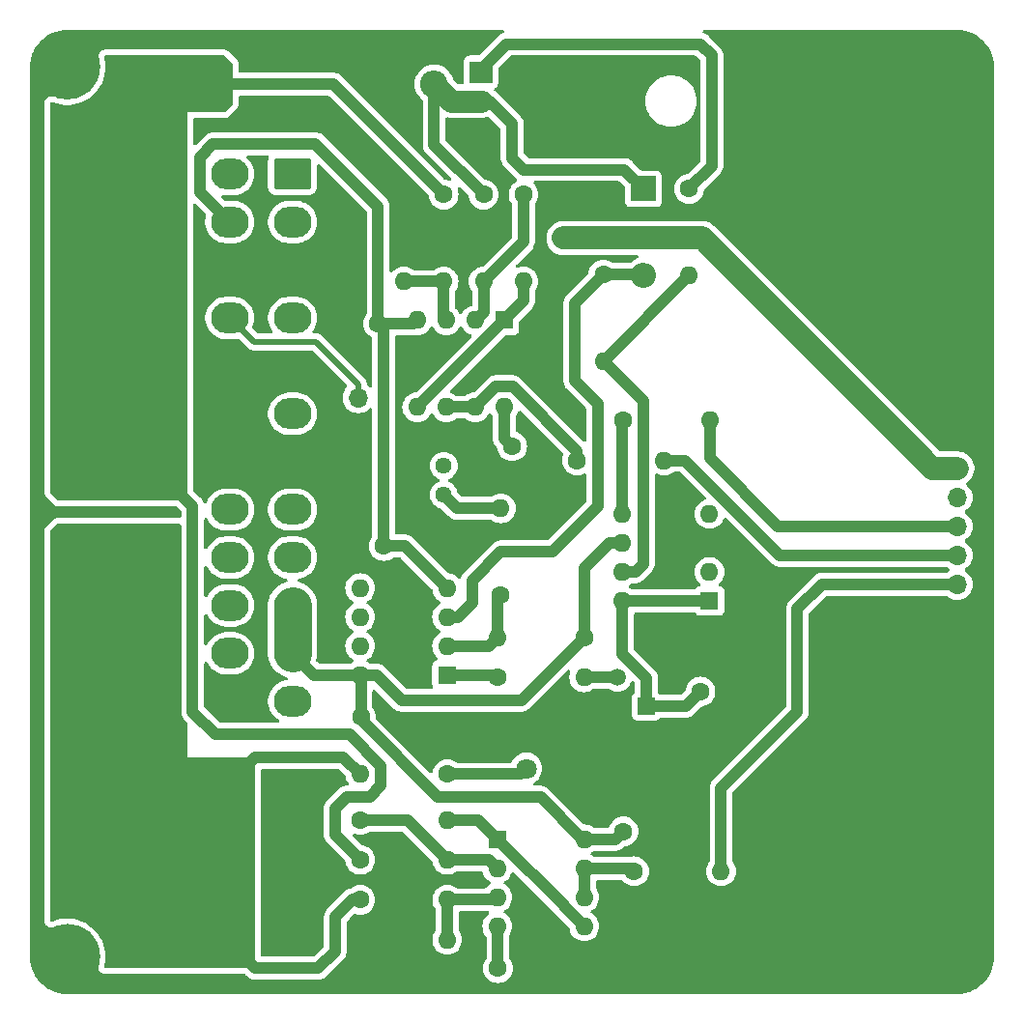
<source format=gtl>
G04 #@! TF.GenerationSoftware,KiCad,Pcbnew,8.0.6-8.0.6-0~ubuntu24.04.1*
G04 #@! TF.CreationDate,2024-10-18T15:37:13+01:00*
G04 #@! TF.ProjectId,PowerDelivery,506f7765-7244-4656-9c69-766572792e6b,rev?*
G04 #@! TF.SameCoordinates,Original*
G04 #@! TF.FileFunction,Copper,L1,Top*
G04 #@! TF.FilePolarity,Positive*
%FSLAX46Y46*%
G04 Gerber Fmt 4.6, Leading zero omitted, Abs format (unit mm)*
G04 Created by KiCad (PCBNEW 8.0.6-8.0.6-0~ubuntu24.04.1) date 2024-10-18 15:37:13*
%MOMM*%
%LPD*%
G01*
G04 APERTURE LIST*
G04 Aperture macros list*
%AMRoundRect*
0 Rectangle with rounded corners*
0 $1 Rounding radius*
0 $2 $3 $4 $5 $6 $7 $8 $9 X,Y pos of 4 corners*
0 Add a 4 corners polygon primitive as box body*
4,1,4,$2,$3,$4,$5,$6,$7,$8,$9,$2,$3,0*
0 Add four circle primitives for the rounded corners*
1,1,$1+$1,$2,$3*
1,1,$1+$1,$4,$5*
1,1,$1+$1,$6,$7*
1,1,$1+$1,$8,$9*
0 Add four rect primitives between the rounded corners*
20,1,$1+$1,$2,$3,$4,$5,0*
20,1,$1+$1,$4,$5,$6,$7,0*
20,1,$1+$1,$6,$7,$8,$9,0*
20,1,$1+$1,$8,$9,$2,$3,0*%
G04 Aperture macros list end*
G04 #@! TA.AperFunction,ComponentPad*
%ADD10RoundRect,0.250001X-1.399999X1.099999X-1.399999X-1.099999X1.399999X-1.099999X1.399999X1.099999X0*%
G04 #@! TD*
G04 #@! TA.AperFunction,ComponentPad*
%ADD11O,3.300000X2.700000*%
G04 #@! TD*
G04 #@! TA.AperFunction,ComponentPad*
%ADD12C,1.600000*%
G04 #@! TD*
G04 #@! TA.AperFunction,ComponentPad*
%ADD13O,1.600000X1.600000*%
G04 #@! TD*
G04 #@! TA.AperFunction,ComponentPad*
%ADD14R,3.000000X3.000000*%
G04 #@! TD*
G04 #@! TA.AperFunction,ComponentPad*
%ADD15C,3.000000*%
G04 #@! TD*
G04 #@! TA.AperFunction,ComponentPad*
%ADD16R,1.600000X1.600000*%
G04 #@! TD*
G04 #@! TA.AperFunction,ComponentPad*
%ADD17R,2.200000X2.200000*%
G04 #@! TD*
G04 #@! TA.AperFunction,ComponentPad*
%ADD18O,2.200000X2.200000*%
G04 #@! TD*
G04 #@! TA.AperFunction,ComponentPad*
%ADD19C,2.400000*%
G04 #@! TD*
G04 #@! TA.AperFunction,ComponentPad*
%ADD20O,2.400000X2.400000*%
G04 #@! TD*
G04 #@! TA.AperFunction,ComponentPad*
%ADD21C,1.440000*%
G04 #@! TD*
G04 #@! TA.AperFunction,ComponentPad*
%ADD22R,1.500000X1.500000*%
G04 #@! TD*
G04 #@! TA.AperFunction,ComponentPad*
%ADD23C,1.500000*%
G04 #@! TD*
G04 #@! TA.AperFunction,ComponentPad*
%ADD24C,5.700000*%
G04 #@! TD*
G04 #@! TA.AperFunction,ComponentPad*
%ADD25R,2.000000X1.905000*%
G04 #@! TD*
G04 #@! TA.AperFunction,ComponentPad*
%ADD26O,2.000000X1.905000*%
G04 #@! TD*
G04 #@! TA.AperFunction,ComponentPad*
%ADD27R,1.800000X1.800000*%
G04 #@! TD*
G04 #@! TA.AperFunction,ComponentPad*
%ADD28C,1.800000*%
G04 #@! TD*
G04 #@! TA.AperFunction,ComponentPad*
%ADD29R,1.700000X1.700000*%
G04 #@! TD*
G04 #@! TA.AperFunction,ComponentPad*
%ADD30O,1.700000X1.700000*%
G04 #@! TD*
G04 #@! TA.AperFunction,ViaPad*
%ADD31C,1.600000*%
G04 #@! TD*
G04 #@! TA.AperFunction,Conductor*
%ADD32C,1.000000*%
G04 #@! TD*
G04 #@! TA.AperFunction,Conductor*
%ADD33C,1.905000*%
G04 #@! TD*
G04 #@! TA.AperFunction,Conductor*
%ADD34C,2.000000*%
G04 #@! TD*
G04 #@! TA.AperFunction,Conductor*
%ADD35C,3.300000*%
G04 #@! TD*
G04 #@! TA.AperFunction,Conductor*
%ADD36C,0.500000*%
G04 #@! TD*
G04 APERTURE END LIST*
D10*
X135250000Y-123200000D03*
D11*
X135250000Y-127400000D03*
X135250000Y-131600000D03*
X135250000Y-135800000D03*
X129750000Y-123200000D03*
X129750000Y-127400000D03*
X129750000Y-131600000D03*
X129750000Y-135800000D03*
D12*
X162500000Y-77690000D03*
D13*
X162500000Y-85310000D03*
D14*
X120000000Y-72960000D03*
D15*
X120000000Y-78040000D03*
D12*
X154500000Y-92750000D03*
X154500000Y-95250000D03*
D14*
X120000000Y-106460000D03*
D15*
X120000000Y-111540000D03*
D16*
X153200000Y-127200000D03*
D13*
X153200000Y-129740000D03*
X153200000Y-132280000D03*
X153200000Y-134820000D03*
X160820000Y-134820000D03*
X160820000Y-132280000D03*
X160820000Y-129740000D03*
X160820000Y-127200000D03*
D17*
X166000000Y-70190000D03*
D18*
X166000000Y-77810000D03*
D19*
X127340000Y-61000000D03*
D20*
X147660000Y-61000000D03*
D12*
X160190000Y-94000000D03*
D13*
X167810000Y-94000000D03*
D12*
X164250000Y-126500000D03*
X166750000Y-126500000D03*
X141250000Y-116500000D03*
X143750000Y-116500000D03*
X148500000Y-70690000D03*
D13*
X148500000Y-78310000D03*
D16*
X171800000Y-106300000D03*
D13*
X171800000Y-103760000D03*
X171800000Y-101220000D03*
X171800000Y-98680000D03*
X164180000Y-98680000D03*
X164180000Y-101220000D03*
X164180000Y-103760000D03*
X164180000Y-106300000D03*
D12*
X142750000Y-82000000D03*
X140250000Y-82000000D03*
D21*
X148500000Y-94460000D03*
X148500000Y-97000000D03*
X148500000Y-99540000D03*
D22*
X166270000Y-115540000D03*
D23*
X163730000Y-113000000D03*
X166270000Y-110460000D03*
D12*
X171000000Y-114250000D03*
X171000000Y-111750000D03*
X153250000Y-138500000D03*
X155750000Y-138500000D03*
X141190000Y-125500000D03*
D13*
X148810000Y-125500000D03*
D16*
X148800000Y-112800000D03*
D13*
X148800000Y-110260000D03*
X148800000Y-107720000D03*
X148800000Y-105180000D03*
X141180000Y-105180000D03*
X141180000Y-107720000D03*
X141180000Y-110260000D03*
X141180000Y-112800000D03*
D14*
X120000000Y-118960000D03*
D15*
X120000000Y-124040000D03*
D12*
X153500000Y-105810000D03*
D13*
X153500000Y-98190000D03*
D24*
X115500000Y-59500000D03*
D10*
X135250000Y-68900000D03*
D11*
X135250000Y-73100000D03*
X135250000Y-77300000D03*
X135250000Y-81500000D03*
X135250000Y-85700000D03*
X135250000Y-89900000D03*
X135250000Y-94100000D03*
X135250000Y-98300000D03*
X135250000Y-102500000D03*
X135250000Y-106700000D03*
X135250000Y-110900000D03*
X135250000Y-115100000D03*
X129750000Y-68900000D03*
X129750000Y-73100000D03*
X129750000Y-77300000D03*
X129750000Y-81500000D03*
X129750000Y-85700000D03*
X129750000Y-89900000D03*
X129750000Y-94100000D03*
X129750000Y-98300000D03*
X129750000Y-102500000D03*
X129750000Y-106700000D03*
X129750000Y-110900000D03*
X129750000Y-115100000D03*
D24*
X193500000Y-137500000D03*
D12*
X155500000Y-70690000D03*
D13*
X155500000Y-78310000D03*
D12*
X141190000Y-132500000D03*
D13*
X148810000Y-132500000D03*
D25*
X151770000Y-59960000D03*
D26*
X151770000Y-62500000D03*
X151770000Y-65040000D03*
D16*
X153800000Y-81700000D03*
D13*
X151260000Y-81700000D03*
X148720000Y-81700000D03*
X146180000Y-81700000D03*
X146180000Y-89320000D03*
X148720000Y-89320000D03*
X151260000Y-89320000D03*
X153800000Y-89320000D03*
D12*
X164190000Y-90500000D03*
D13*
X171810000Y-90500000D03*
D24*
X193500000Y-59500000D03*
X115500000Y-137500000D03*
D12*
X145000000Y-70690000D03*
D13*
X145000000Y-78310000D03*
D12*
X170000000Y-70190000D03*
D13*
X170000000Y-77810000D03*
D12*
X165190000Y-130000000D03*
D13*
X172810000Y-130000000D03*
D12*
X160810000Y-109500000D03*
D13*
X153190000Y-109500000D03*
D12*
X153190000Y-113000000D03*
D13*
X160810000Y-113000000D03*
D27*
X158275000Y-121000000D03*
D28*
X155735000Y-121000000D03*
D12*
X141190000Y-136000000D03*
D13*
X148810000Y-136000000D03*
D12*
X143250000Y-101500000D03*
X140750000Y-101500000D03*
X148810000Y-121500000D03*
D13*
X141190000Y-121500000D03*
D12*
X141190000Y-129000000D03*
D13*
X148810000Y-129000000D03*
D12*
X152000000Y-70690000D03*
D13*
X152000000Y-78310000D03*
D14*
X120000000Y-85460000D03*
D15*
X120000000Y-90540000D03*
D29*
X193500000Y-92150000D03*
D30*
X193500000Y-94690000D03*
X193500000Y-97230000D03*
X193500000Y-99770000D03*
X193500000Y-102310000D03*
X193500000Y-104850000D03*
D29*
X141000000Y-91040000D03*
D30*
X141000000Y-88500000D03*
D31*
X160000000Y-59500000D03*
X157000000Y-65500000D03*
X163000000Y-59500000D03*
X163000000Y-65500000D03*
X160000000Y-65500000D03*
X157000000Y-59500000D03*
X160000000Y-62500000D03*
X163000000Y-62500000D03*
X157000000Y-62500000D03*
X159000000Y-74500000D03*
D32*
X160810000Y-113000000D02*
X163730000Y-113000000D01*
X166000000Y-70190000D02*
X164310000Y-68500000D01*
X154500000Y-64500000D02*
X152500000Y-62500000D01*
D33*
X149160000Y-62500000D02*
X147660000Y-61000000D01*
D32*
X147660000Y-66350000D02*
X147660000Y-64340000D01*
X152000000Y-70690000D02*
X147660000Y-66350000D01*
X147660000Y-64340000D02*
X147660000Y-61000000D01*
X155500000Y-68500000D02*
X154500000Y-67500000D01*
X164310000Y-68500000D02*
X155500000Y-68500000D01*
D33*
X151770000Y-62500000D02*
X149160000Y-62500000D01*
D32*
X152500000Y-62500000D02*
X151770000Y-62500000D01*
X154500000Y-67500000D02*
X154500000Y-64500000D01*
X162500000Y-77690000D02*
X165880000Y-77690000D01*
X162000000Y-89000000D02*
X160000000Y-87000000D01*
X160000000Y-87000000D02*
X160000000Y-80190000D01*
X165880000Y-77690000D02*
X166000000Y-77810000D01*
X160000000Y-80190000D02*
X162500000Y-77690000D01*
X149780000Y-107720000D02*
X151000000Y-106500000D01*
X151000000Y-104500000D02*
X153500000Y-102000000D01*
X151000000Y-106500000D02*
X151000000Y-104500000D01*
X158000000Y-102000000D02*
X162000000Y-98000000D01*
X153500000Y-102000000D02*
X158000000Y-102000000D01*
X162000000Y-98000000D02*
X162000000Y-89000000D01*
X148800000Y-107720000D02*
X149780000Y-107720000D01*
X177975585Y-102310000D02*
X193500000Y-102310000D01*
X167810000Y-94000000D02*
X169665585Y-94000000D01*
X169665585Y-94000000D02*
X177975585Y-102310000D01*
X172810000Y-122690000D02*
X179500000Y-116000000D01*
X179500000Y-116000000D02*
X179500000Y-107000000D01*
X181650000Y-104850000D02*
X193500000Y-104850000D01*
X172810000Y-130000000D02*
X172810000Y-122690000D01*
X179500000Y-107000000D02*
X181650000Y-104850000D01*
X177797919Y-99770000D02*
X193500000Y-99770000D01*
X171810000Y-93782081D02*
X177797919Y-99770000D01*
X171810000Y-90500000D02*
X171810000Y-93782081D01*
D34*
X191340000Y-94690000D02*
X171150000Y-74500000D01*
X193500000Y-94690000D02*
X191340000Y-94690000D01*
X171150000Y-74500000D02*
X159000000Y-74500000D01*
D32*
X160810000Y-109500000D02*
X160810000Y-103458630D01*
X139000000Y-137000000D02*
X137500000Y-138500000D01*
X160820000Y-127200000D02*
X160700000Y-127200000D01*
X141250000Y-116750000D02*
X141250000Y-116500000D01*
X139000000Y-134000000D02*
X139000000Y-137000000D01*
X129750000Y-136275000D02*
X129750000Y-135800000D01*
X160810000Y-103458630D02*
X163048630Y-101220000D01*
X160700000Y-127200000D02*
X157000000Y-123500000D01*
X141180000Y-112800000D02*
X137150000Y-112800000D01*
X144795585Y-115000000D02*
X155310000Y-115000000D01*
X160820000Y-127200000D02*
X163550000Y-127200000D01*
X139690000Y-120000000D02*
X132000000Y-120000000D01*
X141180000Y-112800000D02*
X142595585Y-112800000D01*
X141190000Y-132500000D02*
X140500000Y-132500000D01*
X155310000Y-115000000D02*
X160810000Y-109500000D01*
X157000000Y-123500000D02*
X148000000Y-123500000D01*
X148000000Y-123500000D02*
X141250000Y-116750000D01*
X132000000Y-120000000D02*
X129750000Y-122250000D01*
X153800000Y-92050000D02*
X154500000Y-92750000D01*
X141250000Y-112870000D02*
X141180000Y-112800000D01*
X137150000Y-112800000D02*
X135250000Y-110900000D01*
D35*
X135250000Y-110900000D02*
X135250000Y-106700000D01*
D32*
X141250000Y-116500000D02*
X141250000Y-112870000D01*
X141190000Y-121500000D02*
X139690000Y-120000000D01*
X131975000Y-138500000D02*
X129750000Y-136275000D01*
X129750000Y-122250000D02*
X129750000Y-123200000D01*
X140500000Y-132500000D02*
X139000000Y-134000000D01*
X163550000Y-127200000D02*
X164250000Y-126500000D01*
X163048630Y-101220000D02*
X164180000Y-101220000D01*
X153800000Y-89320000D02*
X153800000Y-92050000D01*
X137500000Y-138500000D02*
X131975000Y-138500000D01*
X142595585Y-112800000D02*
X144795585Y-115000000D01*
X145120000Y-101500000D02*
X148800000Y-105180000D01*
X137250000Y-66250000D02*
X142750000Y-71750000D01*
X153250000Y-134870000D02*
X153200000Y-134820000D01*
X143250000Y-82500000D02*
X142750000Y-82000000D01*
X142750000Y-82000000D02*
X145880000Y-82000000D01*
X128250000Y-66250000D02*
X137250000Y-66250000D01*
X143250000Y-101500000D02*
X143250000Y-82500000D01*
X127100000Y-70450000D02*
X127100000Y-67400000D01*
X145880000Y-82000000D02*
X146180000Y-81700000D01*
X143250000Y-101500000D02*
X145120000Y-101500000D01*
X129750000Y-73100000D02*
X127100000Y-70450000D01*
X142750000Y-71750000D02*
X142750000Y-82000000D01*
X153250000Y-138500000D02*
X153250000Y-134870000D01*
X127100000Y-67400000D02*
X128250000Y-66250000D01*
X128500000Y-118000000D02*
X140235585Y-118000000D01*
X138810000Y-61000000D02*
X148500000Y-70690000D01*
X127340000Y-61000000D02*
X138810000Y-61000000D01*
X120000000Y-91500000D02*
X126500000Y-98000000D01*
X139000000Y-126810000D02*
X141190000Y-129000000D01*
X143000000Y-122500000D02*
X142000000Y-123500000D01*
X120000000Y-90540000D02*
X120000000Y-91500000D01*
X142000000Y-123500000D02*
X140000000Y-123500000D01*
X126500000Y-98000000D02*
X126500000Y-116000000D01*
X140235585Y-118000000D02*
X143000000Y-120764415D01*
X140000000Y-123500000D02*
X139000000Y-124500000D01*
X126500000Y-116000000D02*
X128500000Y-118000000D01*
X143000000Y-120764415D02*
X143000000Y-122500000D01*
X139000000Y-124500000D02*
X139000000Y-126810000D01*
X164180000Y-110975126D02*
X166270000Y-113065126D01*
X166270000Y-113065126D02*
X166270000Y-115540000D01*
X164180000Y-106300000D02*
X171800000Y-106300000D01*
X166270000Y-115540000D02*
X169710000Y-115540000D01*
X164180000Y-106300000D02*
X164180000Y-110975126D01*
X169710000Y-115540000D02*
X171000000Y-114250000D01*
X152430000Y-110260000D02*
X153190000Y-109500000D01*
X153190000Y-106120000D02*
X153500000Y-105810000D01*
X148800000Y-110260000D02*
X152430000Y-110260000D01*
X153190000Y-109500000D02*
X153190000Y-106120000D01*
X155235000Y-121500000D02*
X155735000Y-121000000D01*
X148810000Y-121500000D02*
X155235000Y-121500000D01*
X152980000Y-132500000D02*
X153200000Y-132280000D01*
X148810000Y-136000000D02*
X148810000Y-132500000D01*
X148810000Y-132500000D02*
X152980000Y-132500000D01*
X148500000Y-78310000D02*
X148500000Y-81480000D01*
X148500000Y-81480000D02*
X148720000Y-81700000D01*
X145000000Y-78310000D02*
X148500000Y-78310000D01*
X145310000Y-125500000D02*
X148810000Y-129000000D01*
X152460000Y-129000000D02*
X153200000Y-129740000D01*
X148810000Y-129000000D02*
X152460000Y-129000000D01*
X141190000Y-125500000D02*
X145310000Y-125500000D01*
X155500000Y-74810000D02*
X152000000Y-78310000D01*
X155500000Y-70690000D02*
X155500000Y-74810000D01*
X152000000Y-80960000D02*
X151260000Y-81700000D01*
X152000000Y-78310000D02*
X152000000Y-80960000D01*
X159020000Y-133014415D02*
X159020000Y-133025585D01*
X159020000Y-133025585D02*
X160814415Y-134820000D01*
X153200000Y-127200000D02*
X153205585Y-127200000D01*
X148810000Y-125500000D02*
X151500000Y-125500000D01*
X153205585Y-127200000D02*
X159020000Y-133014415D01*
X160814415Y-134820000D02*
X160820000Y-134820000D01*
X151500000Y-125500000D02*
X153200000Y-127200000D01*
X146180000Y-89314415D02*
X146180000Y-89320000D01*
X155500000Y-80000000D02*
X153800000Y-81700000D01*
X147974415Y-87520000D02*
X146180000Y-89314415D01*
X155500000Y-78310000D02*
X155500000Y-80000000D01*
X153800000Y-81705585D02*
X147985585Y-87520000D01*
X153800000Y-81700000D02*
X153800000Y-81705585D01*
X147985585Y-87520000D02*
X147974415Y-87520000D01*
X162500000Y-85310000D02*
X170000000Y-77810000D01*
X164180000Y-103760000D02*
X165311370Y-103760000D01*
X165311370Y-103760000D02*
X166000000Y-103071370D01*
X166000000Y-103071370D02*
X166000000Y-88810000D01*
X166000000Y-88810000D02*
X162500000Y-85310000D01*
X171000000Y-57500000D02*
X172000000Y-58500000D01*
X154000000Y-57500000D02*
X171000000Y-57500000D01*
X172000000Y-58500000D02*
X172000000Y-68190000D01*
X170000000Y-70190000D02*
X169690000Y-70190000D01*
X151770000Y-59960000D02*
X151770000Y-59730000D01*
X151770000Y-59730000D02*
X154000000Y-57500000D01*
X172000000Y-68190000D02*
X170000000Y-70190000D01*
X164180000Y-98680000D02*
X164180000Y-90510000D01*
X164180000Y-90510000D02*
X164190000Y-90500000D01*
X149690000Y-98190000D02*
X148500000Y-97000000D01*
X153500000Y-98190000D02*
X149690000Y-98190000D01*
X148800000Y-112800000D02*
X152990000Y-112800000D01*
X152990000Y-112800000D02*
X153190000Y-113000000D01*
D36*
X137302081Y-83600000D02*
X141000000Y-87297919D01*
X131850000Y-83600000D02*
X137302081Y-83600000D01*
X129750000Y-81500000D02*
X131850000Y-83600000D01*
X141000000Y-87297919D02*
X141000000Y-88500000D01*
D32*
X153054415Y-87520000D02*
X154545585Y-87520000D01*
X160190000Y-93164415D02*
X160190000Y-94000000D01*
X151310000Y-89370000D02*
X151260000Y-89320000D01*
X151260000Y-89320000D02*
X151260000Y-89314415D01*
X151260000Y-89314415D02*
X153054415Y-87520000D01*
X148720000Y-89320000D02*
X151260000Y-89320000D01*
X154545585Y-87520000D02*
X160190000Y-93164415D01*
X160820000Y-132280000D02*
X160820000Y-129740000D01*
X160820000Y-129740000D02*
X164930000Y-129740000D01*
X164930000Y-129740000D02*
X165190000Y-130000000D01*
G04 #@! TA.AperFunction,Conductor*
G36*
X153727553Y-56270462D02*
G01*
X153782091Y-56325000D01*
X153802053Y-56399500D01*
X153782091Y-56474000D01*
X153727553Y-56528538D01*
X153710072Y-56537158D01*
X153654834Y-56560037D01*
X153654834Y-56560038D01*
X153624488Y-56572607D01*
X153526090Y-56613365D01*
X153526080Y-56613370D01*
X153362219Y-56722860D01*
X153362214Y-56722864D01*
X153222858Y-56862221D01*
X151621719Y-58463359D01*
X151554924Y-58501923D01*
X151516360Y-58507000D01*
X150722136Y-58507000D01*
X150722111Y-58507002D01*
X150662521Y-58513408D01*
X150662515Y-58513409D01*
X150527670Y-58563702D01*
X150527666Y-58563704D01*
X150412455Y-58649952D01*
X150412452Y-58649955D01*
X150326204Y-58765166D01*
X150326202Y-58765170D01*
X150275908Y-58900017D01*
X150269500Y-58959614D01*
X150269500Y-58959632D01*
X150269501Y-60898000D01*
X150249539Y-60972500D01*
X150195001Y-61027038D01*
X150120501Y-61047000D01*
X149823570Y-61047000D01*
X149749070Y-61027038D01*
X149718211Y-61003359D01*
X149342719Y-60627867D01*
X149304155Y-60561072D01*
X149302821Y-60555694D01*
X149289508Y-60497363D01*
X149196393Y-60260112D01*
X149068959Y-60039388D01*
X149021230Y-59979538D01*
X148910053Y-59840126D01*
X148875485Y-59808052D01*
X148723217Y-59666768D01*
X148512634Y-59523195D01*
X148512631Y-59523194D01*
X148512629Y-59523192D01*
X148283013Y-59412615D01*
X148283009Y-59412613D01*
X148283004Y-59412611D01*
X148282996Y-59412608D01*
X148282992Y-59412607D01*
X148039463Y-59337488D01*
X148039461Y-59337487D01*
X147787437Y-59299500D01*
X147787435Y-59299500D01*
X147532565Y-59299500D01*
X147532562Y-59299500D01*
X147280538Y-59337487D01*
X147280536Y-59337488D01*
X147037007Y-59412607D01*
X147036986Y-59412615D01*
X146807370Y-59523192D01*
X146596780Y-59666770D01*
X146409946Y-59840126D01*
X146251045Y-60039382D01*
X146251040Y-60039390D01*
X146123608Y-60260108D01*
X146123605Y-60260115D01*
X146030491Y-60497363D01*
X146030490Y-60497367D01*
X145973779Y-60745835D01*
X145973776Y-60745855D01*
X145954732Y-60999994D01*
X145954732Y-61000005D01*
X145973776Y-61254144D01*
X145973779Y-61254164D01*
X146030490Y-61502632D01*
X146030491Y-61502636D01*
X146123605Y-61739884D01*
X146123608Y-61739891D01*
X146187324Y-61850250D01*
X146251041Y-61960612D01*
X146251045Y-61960617D01*
X146401674Y-62149500D01*
X146409950Y-62159877D01*
X146596783Y-62333232D01*
X146596793Y-62333239D01*
X146601148Y-62336713D01*
X146600018Y-62338129D01*
X146644729Y-62390059D01*
X146659500Y-62454740D01*
X146659500Y-66448539D01*
X146697948Y-66641834D01*
X146697949Y-66641836D01*
X146773367Y-66823912D01*
X146773368Y-66823915D01*
X146846197Y-66932911D01*
X146882861Y-66987782D01*
X147022218Y-67127139D01*
X147022221Y-67127141D01*
X149120666Y-69225586D01*
X149159230Y-69292381D01*
X149159230Y-69369509D01*
X149120666Y-69436304D01*
X149053871Y-69474868D01*
X148976743Y-69474868D01*
X148952339Y-69465985D01*
X148946496Y-69463261D01*
X148946494Y-69463260D01*
X148726692Y-69404365D01*
X148726693Y-69404365D01*
X148673970Y-69399752D01*
X148601493Y-69373372D01*
X148581598Y-69356678D01*
X139595634Y-60370714D01*
X139595632Y-60370711D01*
X139447785Y-60222864D01*
X139447782Y-60222861D01*
X139392911Y-60186197D01*
X139283915Y-60113368D01*
X139283913Y-60113367D01*
X139151549Y-60058541D01*
X139101836Y-60037949D01*
X139101835Y-60037948D01*
X139005188Y-60018724D01*
X139005188Y-60018723D01*
X138908541Y-59999500D01*
X130654500Y-59999500D01*
X130580000Y-59979538D01*
X130525462Y-59925000D01*
X130505500Y-59850500D01*
X130505500Y-59251356D01*
X130502605Y-59197350D01*
X130502603Y-59197321D01*
X130499771Y-59170979D01*
X130499764Y-59170933D01*
X130491116Y-59117559D01*
X130491114Y-59117554D01*
X130491114Y-59117552D01*
X130440832Y-58982743D01*
X130407347Y-58921420D01*
X130376137Y-58879729D01*
X130321125Y-58806241D01*
X129693760Y-58178876D01*
X129653510Y-58142721D01*
X129653500Y-58142712D01*
X129652889Y-58142220D01*
X129632858Y-58126078D01*
X129632859Y-58126078D01*
X129610916Y-58110255D01*
X129588974Y-58094433D01*
X129458097Y-58034662D01*
X129458094Y-58034661D01*
X129458085Y-58034658D01*
X129391061Y-58014977D01*
X129391048Y-58014974D01*
X129391044Y-58014973D01*
X129248652Y-57994501D01*
X129248640Y-57994500D01*
X129248638Y-57994500D01*
X118862716Y-57994500D01*
X118841154Y-57995190D01*
X118830367Y-57995536D01*
X118814542Y-57996551D01*
X118782344Y-57999652D01*
X118643708Y-58038144D01*
X118643706Y-58038144D01*
X118643705Y-58038145D01*
X118643698Y-58038147D01*
X118581983Y-58065237D01*
X118580231Y-58065971D01*
X118579727Y-58066226D01*
X118457551Y-58142219D01*
X118457550Y-58142220D01*
X118361733Y-58249555D01*
X118323096Y-58307767D01*
X118261400Y-58437750D01*
X118238823Y-58579842D01*
X118238823Y-58579846D01*
X118237791Y-58649708D01*
X118252654Y-58765169D01*
X118256162Y-58792414D01*
X118280405Y-58879729D01*
X118283873Y-58895486D01*
X118331168Y-59183977D01*
X118332912Y-59200015D01*
X118348740Y-59491932D01*
X118348740Y-59508066D01*
X118332912Y-59799983D01*
X118331168Y-59816021D01*
X118283872Y-60104518D01*
X118280404Y-60120275D01*
X118202194Y-60401959D01*
X118197043Y-60417247D01*
X118088832Y-60688837D01*
X118082057Y-60703480D01*
X117945125Y-60961762D01*
X117936807Y-60975586D01*
X117772741Y-61217564D01*
X117762979Y-61230406D01*
X117642425Y-61372336D01*
X117573720Y-61453222D01*
X117562624Y-61464935D01*
X117350389Y-61665974D01*
X117338093Y-61676419D01*
X117105352Y-61853344D01*
X117091998Y-61862398D01*
X116841498Y-62013118D01*
X116827245Y-62020675D01*
X116561919Y-62143428D01*
X116546931Y-62149399D01*
X116269887Y-62242747D01*
X116254351Y-62247060D01*
X115968836Y-62309907D01*
X115952925Y-62312516D01*
X115662275Y-62344127D01*
X115646165Y-62345000D01*
X115353835Y-62345000D01*
X115337725Y-62344127D01*
X115047073Y-62312516D01*
X115031165Y-62309908D01*
X114745642Y-62247059D01*
X114730111Y-62242747D01*
X114453064Y-62149398D01*
X114438079Y-62143428D01*
X114413503Y-62132058D01*
X114388314Y-62120405D01*
X114372321Y-62114372D01*
X114319674Y-62094514D01*
X114285266Y-62084319D01*
X114285263Y-62084318D01*
X114285262Y-62084318D01*
X114213583Y-62068633D01*
X114213581Y-62068633D01*
X114069705Y-62068633D01*
X114069693Y-62068634D01*
X114000543Y-62078577D01*
X114000539Y-62078578D01*
X113862499Y-62119111D01*
X113862490Y-62119115D01*
X113741461Y-62196897D01*
X113741456Y-62196901D01*
X113688653Y-62242655D01*
X113688651Y-62242657D01*
X113594431Y-62351391D01*
X113534663Y-62482264D01*
X113534658Y-62482278D01*
X113514977Y-62549302D01*
X113514974Y-62549315D01*
X113514973Y-62549319D01*
X113494501Y-62691711D01*
X113494500Y-62691729D01*
X113494500Y-96748643D01*
X113497394Y-96802649D01*
X113497396Y-96802678D01*
X113500228Y-96829020D01*
X113500235Y-96829066D01*
X113508883Y-96882440D01*
X113559166Y-97017252D01*
X113559167Y-97017255D01*
X113592650Y-97078575D01*
X113592655Y-97078583D01*
X113678874Y-97193758D01*
X113678877Y-97193761D01*
X114306239Y-97821123D01*
X114346500Y-97857288D01*
X114346518Y-97857303D01*
X114346521Y-97857305D01*
X114367141Y-97873921D01*
X114367140Y-97873921D01*
X114380596Y-97883624D01*
X114411026Y-97905567D01*
X114541903Y-97965338D01*
X114580019Y-97976530D01*
X114608938Y-97985022D01*
X114608940Y-97985022D01*
X114608942Y-97985023D01*
X114608946Y-97985024D01*
X114608947Y-97985024D01*
X114608951Y-97985025D01*
X114608955Y-97985026D01*
X114751347Y-98005498D01*
X114751351Y-98005498D01*
X114751362Y-98005500D01*
X125028862Y-98005500D01*
X125103362Y-98025462D01*
X125134221Y-98049141D01*
X125455859Y-98370779D01*
X125494423Y-98437574D01*
X125499500Y-98476138D01*
X125499500Y-98858612D01*
X125479538Y-98933112D01*
X125425000Y-98987650D01*
X125350500Y-99007612D01*
X125329297Y-99006096D01*
X125248641Y-98994500D01*
X125248638Y-98994500D01*
X114751362Y-98994500D01*
X114751357Y-98994500D01*
X114697350Y-98997394D01*
X114697321Y-98997396D01*
X114670979Y-99000228D01*
X114670933Y-99000235D01*
X114617559Y-99008883D01*
X114482747Y-99059166D01*
X114482744Y-99059167D01*
X114421424Y-99092650D01*
X114421416Y-99092655D01*
X114306241Y-99178874D01*
X113678876Y-99806239D01*
X113642721Y-99846489D01*
X113642694Y-99846521D01*
X113626078Y-99867140D01*
X113594433Y-99911026D01*
X113534661Y-100041905D01*
X113534658Y-100041914D01*
X113514977Y-100108938D01*
X113514974Y-100108951D01*
X113514973Y-100108955D01*
X113494501Y-100251347D01*
X113494500Y-100251365D01*
X113494500Y-134308281D01*
X113499821Y-134381431D01*
X113499823Y-134381440D01*
X113505020Y-134416970D01*
X113505022Y-134416976D01*
X113520877Y-134488592D01*
X113520879Y-134488598D01*
X113581291Y-134619173D01*
X113581291Y-134619174D01*
X113581293Y-134619177D01*
X113619356Y-134677768D01*
X113714110Y-134786039D01*
X113835532Y-134863231D01*
X113899230Y-134891943D01*
X113899232Y-134891943D01*
X113899232Y-134891944D01*
X113933428Y-134901802D01*
X114037475Y-134931798D01*
X114181353Y-134931091D01*
X114250462Y-134920808D01*
X114250469Y-134920807D01*
X114388320Y-134879592D01*
X114438089Y-134856565D01*
X114453065Y-134850598D01*
X114730114Y-134757250D01*
X114745640Y-134752939D01*
X115031160Y-134690091D01*
X115047073Y-134687481D01*
X115337722Y-134655873D01*
X115353831Y-134655000D01*
X115646168Y-134655000D01*
X115662277Y-134655873D01*
X115952921Y-134687481D01*
X115968825Y-134690088D01*
X116254354Y-134752937D01*
X116269883Y-134757249D01*
X116412736Y-134805383D01*
X116412736Y-134805382D01*
X116485159Y-134829785D01*
X116485162Y-134829785D01*
X116546941Y-134850602D01*
X116561906Y-134856564D01*
X116816851Y-134974513D01*
X116827239Y-134979319D01*
X116841492Y-134986876D01*
X117092003Y-135137603D01*
X117105354Y-135146655D01*
X117204851Y-135222290D01*
X117269921Y-135271755D01*
X117269923Y-135271757D01*
X117338093Y-135323579D01*
X117350388Y-135334023D01*
X117562624Y-135535063D01*
X117573708Y-135546763D01*
X117762986Y-135769600D01*
X117772741Y-135782434D01*
X117936807Y-136024412D01*
X117945125Y-136038236D01*
X118082057Y-136296517D01*
X118088832Y-136311160D01*
X118197042Y-136582748D01*
X118202193Y-136598036D01*
X118269134Y-136839137D01*
X118272024Y-136849544D01*
X118280404Y-136879724D01*
X118283873Y-136895483D01*
X118331168Y-137183977D01*
X118332912Y-137200015D01*
X118348740Y-137491932D01*
X118348740Y-137508066D01*
X118332912Y-137799983D01*
X118331168Y-137816021D01*
X118283872Y-138104515D01*
X118280404Y-138120271D01*
X118261744Y-138187479D01*
X118261733Y-138187516D01*
X118256154Y-138207612D01*
X118248507Y-138239027D01*
X118245251Y-138254548D01*
X118239623Y-138286415D01*
X118239623Y-138430294D01*
X118239624Y-138430306D01*
X118249567Y-138499456D01*
X118249568Y-138499460D01*
X118290101Y-138637500D01*
X118290105Y-138637509D01*
X118367887Y-138758538D01*
X118367891Y-138758543D01*
X118413645Y-138811346D01*
X118413647Y-138811348D01*
X118522381Y-138905568D01*
X118582986Y-138933245D01*
X118653257Y-138965338D01*
X118691373Y-138976530D01*
X118720292Y-138985022D01*
X118720294Y-138985022D01*
X118720296Y-138985023D01*
X118720300Y-138985024D01*
X118720301Y-138985024D01*
X118720305Y-138985025D01*
X118720309Y-138985026D01*
X118862701Y-139005498D01*
X118862705Y-139005498D01*
X118862716Y-139005500D01*
X131003862Y-139005500D01*
X131078362Y-139025462D01*
X131109221Y-139049141D01*
X131194115Y-139134035D01*
X131194122Y-139134043D01*
X131197861Y-139137782D01*
X131337218Y-139277139D01*
X131402675Y-139320876D01*
X131501083Y-139386631D01*
X131629834Y-139439961D01*
X131629833Y-139439961D01*
X131658998Y-139452041D01*
X131683164Y-139462051D01*
X131779810Y-139481274D01*
X131779811Y-139481275D01*
X131827485Y-139490758D01*
X131876459Y-139500500D01*
X131876460Y-139500500D01*
X131876463Y-139500500D01*
X137598537Y-139500500D01*
X137598540Y-139500500D01*
X137598541Y-139500500D01*
X137695188Y-139481275D01*
X137791836Y-139462051D01*
X137845165Y-139439961D01*
X137973914Y-139386632D01*
X138137782Y-139277139D01*
X138277139Y-139137782D01*
X138277139Y-139137780D01*
X138289401Y-139125519D01*
X138289404Y-139125514D01*
X139777139Y-137637782D01*
X139886631Y-137473915D01*
X139886632Y-137473914D01*
X139956404Y-137305468D01*
X139962051Y-137291836D01*
X140000500Y-137098541D01*
X140000500Y-136901460D01*
X140000500Y-134476138D01*
X140020462Y-134401638D01*
X140044141Y-134370779D01*
X140247662Y-134167258D01*
X140639045Y-133775874D01*
X140705838Y-133737312D01*
X140782963Y-133737312D01*
X140963308Y-133785635D01*
X141190000Y-133805468D01*
X141416692Y-133785635D01*
X141636496Y-133726739D01*
X141842734Y-133630568D01*
X142029139Y-133500047D01*
X142190047Y-133339139D01*
X142320568Y-133152734D01*
X142416739Y-132946496D01*
X142475635Y-132726692D01*
X142495468Y-132500000D01*
X142475635Y-132273308D01*
X142416739Y-132053504D01*
X142320568Y-131847266D01*
X142190047Y-131660861D01*
X142029139Y-131499953D01*
X142029137Y-131499951D01*
X141842741Y-131369437D01*
X141842738Y-131369435D01*
X141842734Y-131369432D01*
X141636496Y-131273261D01*
X141416692Y-131214365D01*
X141416693Y-131214365D01*
X141190000Y-131194532D01*
X140963306Y-131214365D01*
X140743507Y-131273260D01*
X140743506Y-131273260D01*
X140743504Y-131273261D01*
X140537266Y-131369432D01*
X140537263Y-131369434D01*
X140537261Y-131369435D01*
X140537258Y-131369437D01*
X140357353Y-131495407D01*
X140300960Y-131519490D01*
X140208168Y-131537948D01*
X140208167Y-131537948D01*
X140208164Y-131537949D01*
X140132745Y-131569188D01*
X140132743Y-131569188D01*
X140026090Y-131613365D01*
X140026078Y-131613372D01*
X139955009Y-131660860D01*
X139955008Y-131660861D01*
X139862219Y-131722860D01*
X139862214Y-131722864D01*
X138222864Y-133362214D01*
X138222860Y-133362219D01*
X138113370Y-133526081D01*
X138113368Y-133526086D01*
X138061132Y-133652197D01*
X138061132Y-133652198D01*
X138037949Y-133708163D01*
X138037948Y-133708165D01*
X138019140Y-133802723D01*
X138019140Y-133802724D01*
X137999500Y-133901455D01*
X137999500Y-136523861D01*
X137979538Y-136598361D01*
X137955859Y-136629220D01*
X137129221Y-137455859D01*
X137062426Y-137494423D01*
X137023862Y-137499500D01*
X132654500Y-137499500D01*
X132580000Y-137479538D01*
X132525462Y-137425000D01*
X132505500Y-137350500D01*
X132505500Y-121149500D01*
X132525462Y-121075000D01*
X132580000Y-121020462D01*
X132654500Y-121000500D01*
X139213862Y-121000500D01*
X139288362Y-121020462D01*
X139319220Y-121044140D01*
X139856679Y-121581600D01*
X139895242Y-121648393D01*
X139899752Y-121673970D01*
X139904364Y-121726689D01*
X139904365Y-121726695D01*
X139940929Y-121863153D01*
X139963261Y-121946496D01*
X140059432Y-122152734D01*
X140059435Y-122152738D01*
X140059437Y-122152741D01*
X140138066Y-122265037D01*
X140164445Y-122337514D01*
X140151051Y-122413470D01*
X140101474Y-122472553D01*
X140028997Y-122498932D01*
X140016012Y-122499499D01*
X139901460Y-122499499D01*
X139708167Y-122537947D01*
X139526090Y-122613365D01*
X139526080Y-122613370D01*
X139362220Y-122722859D01*
X139362215Y-122722863D01*
X138222864Y-123862214D01*
X138222860Y-123862219D01*
X138113368Y-124026084D01*
X138113367Y-124026087D01*
X138037949Y-124208163D01*
X138037948Y-124208165D01*
X137999500Y-124401460D01*
X137999500Y-126908540D01*
X138037948Y-127101834D01*
X138037949Y-127101836D01*
X138059032Y-127152735D01*
X138113367Y-127283912D01*
X138113368Y-127283915D01*
X138150268Y-127339139D01*
X138222861Y-127447782D01*
X138222864Y-127447785D01*
X138370708Y-127595629D01*
X138370713Y-127595633D01*
X139856679Y-129081600D01*
X139895242Y-129148393D01*
X139899752Y-129173970D01*
X139904364Y-129226689D01*
X139904365Y-129226695D01*
X139958431Y-129428471D01*
X139963261Y-129446496D01*
X140059432Y-129652734D01*
X140059435Y-129652738D01*
X140059437Y-129652741D01*
X140189951Y-129839137D01*
X140350862Y-130000048D01*
X140380017Y-130020462D01*
X140537266Y-130130568D01*
X140743504Y-130226739D01*
X140963308Y-130285635D01*
X141190000Y-130305468D01*
X141416692Y-130285635D01*
X141636496Y-130226739D01*
X141842734Y-130130568D01*
X142029139Y-130000047D01*
X142190047Y-129839139D01*
X142320568Y-129652734D01*
X142416739Y-129446496D01*
X142475635Y-129226692D01*
X142495468Y-129000000D01*
X142475635Y-128773308D01*
X142416739Y-128553504D01*
X142320568Y-128347266D01*
X142190881Y-128162052D01*
X142190048Y-128160862D01*
X142029137Y-127999951D01*
X141842741Y-127869437D01*
X141842738Y-127869435D01*
X141842734Y-127869432D01*
X141636496Y-127773261D01*
X141618471Y-127768431D01*
X141416695Y-127714365D01*
X141416689Y-127714364D01*
X141363971Y-127709752D01*
X141291494Y-127683372D01*
X141271599Y-127666678D01*
X140569335Y-126964414D01*
X140530771Y-126897619D01*
X140530771Y-126820491D01*
X140569335Y-126753696D01*
X140636130Y-126715132D01*
X140713258Y-126715132D01*
X140737662Y-126724014D01*
X140743504Y-126726739D01*
X140963308Y-126785635D01*
X141190000Y-126805468D01*
X141416692Y-126785635D01*
X141636496Y-126726739D01*
X141842734Y-126630568D01*
X141990009Y-126527446D01*
X142062485Y-126501067D01*
X142075471Y-126500500D01*
X144833862Y-126500500D01*
X144908362Y-126520462D01*
X144939220Y-126544140D01*
X147476679Y-129081600D01*
X147515242Y-129148393D01*
X147519752Y-129173970D01*
X147524364Y-129226689D01*
X147524365Y-129226695D01*
X147578431Y-129428471D01*
X147583261Y-129446496D01*
X147679432Y-129652734D01*
X147679435Y-129652738D01*
X147679437Y-129652741D01*
X147809951Y-129839137D01*
X147970862Y-130000048D01*
X148000017Y-130020462D01*
X148157266Y-130130568D01*
X148363504Y-130226739D01*
X148583308Y-130285635D01*
X148810000Y-130305468D01*
X149036692Y-130285635D01*
X149256496Y-130226739D01*
X149462734Y-130130568D01*
X149610009Y-130027446D01*
X149682485Y-130001067D01*
X149695471Y-130000500D01*
X151809092Y-130000500D01*
X151883592Y-130020462D01*
X151938130Y-130075000D01*
X151953014Y-130110935D01*
X151973261Y-130186496D01*
X152069432Y-130392734D01*
X152069435Y-130392738D01*
X152069437Y-130392741D01*
X152199951Y-130579137D01*
X152199953Y-130579139D01*
X152360861Y-130740047D01*
X152547266Y-130870568D01*
X152556685Y-130874960D01*
X152556689Y-130874962D01*
X152615771Y-130924540D01*
X152642148Y-130997018D01*
X152628753Y-131072974D01*
X152579175Y-131132056D01*
X152556689Y-131145038D01*
X152547268Y-131149431D01*
X152547258Y-131149437D01*
X152360862Y-131279951D01*
X152199947Y-131440866D01*
X152195771Y-131445844D01*
X152193686Y-131444094D01*
X152144318Y-131485531D01*
X152081329Y-131499500D01*
X149695471Y-131499500D01*
X149620971Y-131479538D01*
X149610009Y-131472554D01*
X149462741Y-131369437D01*
X149462738Y-131369435D01*
X149462734Y-131369432D01*
X149256496Y-131273261D01*
X149036692Y-131214365D01*
X149036693Y-131214365D01*
X148810000Y-131194532D01*
X148583306Y-131214365D01*
X148363507Y-131273260D01*
X148363506Y-131273260D01*
X148363504Y-131273261D01*
X148157266Y-131369432D01*
X148157263Y-131369434D01*
X148157261Y-131369435D01*
X148157258Y-131369437D01*
X147970862Y-131499951D01*
X147809953Y-131660861D01*
X147679437Y-131847258D01*
X147679435Y-131847261D01*
X147679434Y-131847263D01*
X147679432Y-131847266D01*
X147583261Y-132053504D01*
X147583260Y-132053507D01*
X147524365Y-132273306D01*
X147504532Y-132500000D01*
X147524347Y-132726492D01*
X147524365Y-132726692D01*
X147583261Y-132946496D01*
X147679432Y-133152734D01*
X147782555Y-133300010D01*
X147808933Y-133372484D01*
X147809500Y-133385470D01*
X147809500Y-135114528D01*
X147789538Y-135189028D01*
X147782554Y-135199990D01*
X147679434Y-135347262D01*
X147679434Y-135347263D01*
X147679432Y-135347266D01*
X147583261Y-135553504D01*
X147583260Y-135553507D01*
X147524365Y-135773306D01*
X147520276Y-135820047D01*
X147504532Y-136000000D01*
X147524365Y-136226692D01*
X147583261Y-136446496D01*
X147679432Y-136652734D01*
X147679435Y-136652738D01*
X147679437Y-136652741D01*
X147809951Y-136839137D01*
X147809953Y-136839139D01*
X147970861Y-137000047D01*
X148157266Y-137130568D01*
X148363504Y-137226739D01*
X148583308Y-137285635D01*
X148810000Y-137305468D01*
X149036692Y-137285635D01*
X149256496Y-137226739D01*
X149462734Y-137130568D01*
X149649139Y-137000047D01*
X149810047Y-136839139D01*
X149940568Y-136652734D01*
X150036739Y-136446496D01*
X150095635Y-136226692D01*
X150115468Y-136000000D01*
X150095635Y-135773308D01*
X150036739Y-135553504D01*
X149940568Y-135347266D01*
X149837446Y-135199990D01*
X149811067Y-135127513D01*
X149810500Y-135114528D01*
X149810500Y-133649500D01*
X149830462Y-133575000D01*
X149885000Y-133520462D01*
X149959500Y-133500500D01*
X152344520Y-133500500D01*
X152419020Y-133520462D01*
X152473558Y-133575000D01*
X152493520Y-133649500D01*
X152473558Y-133724000D01*
X152429982Y-133771554D01*
X152360862Y-133819951D01*
X152199951Y-133980862D01*
X152069437Y-134167258D01*
X152069435Y-134167261D01*
X152069434Y-134167263D01*
X152069432Y-134167266D01*
X151974532Y-134370779D01*
X151973260Y-134373507D01*
X151914365Y-134593306D01*
X151894532Y-134820000D01*
X151914365Y-135046693D01*
X151936021Y-135127513D01*
X151973261Y-135266496D01*
X152069432Y-135472734D01*
X152069435Y-135472738D01*
X152069437Y-135472741D01*
X152199951Y-135659137D01*
X152205859Y-135665045D01*
X152244423Y-135731840D01*
X152249500Y-135770404D01*
X152249500Y-137614528D01*
X152229538Y-137689028D01*
X152222554Y-137699990D01*
X152119434Y-137847262D01*
X152119434Y-137847263D01*
X152119432Y-137847266D01*
X152024440Y-138050976D01*
X152023260Y-138053507D01*
X151964365Y-138273306D01*
X151964365Y-138273308D01*
X151944532Y-138500000D01*
X151964365Y-138726692D01*
X152023261Y-138946496D01*
X152119432Y-139152734D01*
X152119435Y-139152738D01*
X152119437Y-139152741D01*
X152249951Y-139339137D01*
X152410862Y-139500048D01*
X152411508Y-139500500D01*
X152597266Y-139630568D01*
X152803504Y-139726739D01*
X153023308Y-139785635D01*
X153250000Y-139805468D01*
X153476692Y-139785635D01*
X153696496Y-139726739D01*
X153902734Y-139630568D01*
X154089139Y-139500047D01*
X154250047Y-139339139D01*
X154380568Y-139152734D01*
X154476739Y-138946496D01*
X154535635Y-138726692D01*
X154555468Y-138500000D01*
X154535635Y-138273308D01*
X154476739Y-138053504D01*
X154380568Y-137847266D01*
X154277446Y-137699990D01*
X154251067Y-137627513D01*
X154250500Y-137614528D01*
X154250500Y-135634062D01*
X154270462Y-135559562D01*
X154277447Y-135548599D01*
X154290340Y-135530185D01*
X154330568Y-135472734D01*
X154426739Y-135266496D01*
X154485635Y-135046692D01*
X154505468Y-134820000D01*
X154485635Y-134593308D01*
X154426739Y-134373504D01*
X154330568Y-134167266D01*
X154200047Y-133980861D01*
X154039139Y-133819953D01*
X154039137Y-133819951D01*
X153852741Y-133689437D01*
X153852734Y-133689432D01*
X153843312Y-133685038D01*
X153784230Y-133635463D01*
X153757851Y-133562986D01*
X153771244Y-133487030D01*
X153820821Y-133427946D01*
X153843308Y-133414963D01*
X153852734Y-133410568D01*
X154039139Y-133280047D01*
X154200047Y-133119139D01*
X154330568Y-132932734D01*
X154426739Y-132726496D01*
X154485635Y-132506692D01*
X154505468Y-132280000D01*
X154485635Y-132053308D01*
X154426739Y-131833504D01*
X154330568Y-131627266D01*
X154227129Y-131479538D01*
X154200048Y-131440862D01*
X154039137Y-131279951D01*
X153852741Y-131149437D01*
X153852734Y-131149432D01*
X153852732Y-131149431D01*
X153843312Y-131145038D01*
X153784230Y-131095463D01*
X153757851Y-131022986D01*
X153771244Y-130947030D01*
X153820821Y-130887946D01*
X153843311Y-130874962D01*
X153852734Y-130870568D01*
X154039139Y-130740047D01*
X154200047Y-130579139D01*
X154330568Y-130392734D01*
X154426739Y-130186496D01*
X154433997Y-130159408D01*
X154472557Y-130092616D01*
X154539351Y-130054050D01*
X154616479Y-130054048D01*
X154683274Y-130092609D01*
X156509239Y-131918575D01*
X158209991Y-133619327D01*
X158228519Y-133641902D01*
X158242861Y-133663367D01*
X158382218Y-133802724D01*
X158382221Y-133802726D01*
X159487213Y-134907718D01*
X159525777Y-134974513D01*
X159530287Y-135000088D01*
X159534365Y-135046693D01*
X159556021Y-135127513D01*
X159593261Y-135266496D01*
X159689432Y-135472734D01*
X159689435Y-135472738D01*
X159689437Y-135472741D01*
X159819951Y-135659137D01*
X159819953Y-135659139D01*
X159980861Y-135820047D01*
X160167266Y-135950568D01*
X160373504Y-136046739D01*
X160593308Y-136105635D01*
X160820000Y-136125468D01*
X161046692Y-136105635D01*
X161266496Y-136046739D01*
X161472734Y-135950568D01*
X161659139Y-135820047D01*
X161820047Y-135659139D01*
X161950568Y-135472734D01*
X162046739Y-135266496D01*
X162105635Y-135046692D01*
X162125468Y-134820000D01*
X162105635Y-134593308D01*
X162046739Y-134373504D01*
X161950568Y-134167266D01*
X161820047Y-133980861D01*
X161659139Y-133819953D01*
X161659137Y-133819951D01*
X161472741Y-133689437D01*
X161472734Y-133689432D01*
X161463312Y-133685038D01*
X161404230Y-133635463D01*
X161377851Y-133562986D01*
X161391244Y-133487030D01*
X161440821Y-133427946D01*
X161463308Y-133414963D01*
X161472734Y-133410568D01*
X161659139Y-133280047D01*
X161820047Y-133119139D01*
X161950568Y-132932734D01*
X162046739Y-132726496D01*
X162105635Y-132506692D01*
X162125468Y-132280000D01*
X162105635Y-132053308D01*
X162046739Y-131833504D01*
X161950568Y-131627266D01*
X161909166Y-131568137D01*
X161847446Y-131479990D01*
X161821067Y-131407513D01*
X161820500Y-131394528D01*
X161820500Y-130889500D01*
X161840462Y-130815000D01*
X161895000Y-130760462D01*
X161969500Y-130740500D01*
X164043321Y-130740500D01*
X164117821Y-130760462D01*
X164165375Y-130804038D01*
X164189951Y-130839137D01*
X164350862Y-131000048D01*
X164426859Y-131053261D01*
X164537266Y-131130568D01*
X164743504Y-131226739D01*
X164963308Y-131285635D01*
X165190000Y-131305468D01*
X165416692Y-131285635D01*
X165636496Y-131226739D01*
X165842734Y-131130568D01*
X166029139Y-131000047D01*
X166190047Y-130839139D01*
X166320568Y-130652734D01*
X166416739Y-130446496D01*
X166475635Y-130226692D01*
X166495468Y-130000000D01*
X166475635Y-129773308D01*
X166416739Y-129553504D01*
X166320568Y-129347266D01*
X166199226Y-129173970D01*
X166190048Y-129160862D01*
X166029137Y-128999951D01*
X165842741Y-128869437D01*
X165842738Y-128869435D01*
X165842734Y-128869432D01*
X165636496Y-128773261D01*
X165416692Y-128714365D01*
X165416693Y-128714365D01*
X165190000Y-128694532D01*
X164963306Y-128714365D01*
X164888450Y-128734423D01*
X164849886Y-128739500D01*
X161705471Y-128739500D01*
X161630971Y-128719538D01*
X161620009Y-128712554D01*
X161472741Y-128609437D01*
X161472734Y-128609432D01*
X161472732Y-128609431D01*
X161463312Y-128605038D01*
X161404230Y-128555463D01*
X161377851Y-128482986D01*
X161391244Y-128407030D01*
X161440821Y-128347946D01*
X161463311Y-128334962D01*
X161472734Y-128330568D01*
X161620009Y-128227446D01*
X161692485Y-128201067D01*
X161705471Y-128200500D01*
X163648537Y-128200500D01*
X163648540Y-128200500D01*
X163648541Y-128200500D01*
X163745188Y-128181275D01*
X163841836Y-128162051D01*
X163895165Y-128139961D01*
X164023914Y-128086632D01*
X164187782Y-127977139D01*
X164327139Y-127837782D01*
X164327139Y-127837780D01*
X164331599Y-127833321D01*
X164398393Y-127794757D01*
X164423969Y-127790247D01*
X164476692Y-127785635D01*
X164696496Y-127726739D01*
X164902734Y-127630568D01*
X165089139Y-127500047D01*
X165250047Y-127339139D01*
X165380568Y-127152734D01*
X165476739Y-126946496D01*
X165535635Y-126726692D01*
X165555468Y-126500000D01*
X165535635Y-126273308D01*
X165476739Y-126053504D01*
X165380568Y-125847266D01*
X165250047Y-125660861D01*
X165089139Y-125499953D01*
X165089137Y-125499951D01*
X164902741Y-125369437D01*
X164902738Y-125369435D01*
X164902734Y-125369432D01*
X164696496Y-125273261D01*
X164476692Y-125214365D01*
X164476693Y-125214365D01*
X164250000Y-125194532D01*
X164023306Y-125214365D01*
X163803507Y-125273260D01*
X163803506Y-125273260D01*
X163803504Y-125273261D01*
X163597266Y-125369432D01*
X163597263Y-125369434D01*
X163597261Y-125369435D01*
X163597258Y-125369437D01*
X163410862Y-125499951D01*
X163249951Y-125660862D01*
X163119437Y-125847258D01*
X163119435Y-125847261D01*
X163119434Y-125847263D01*
X163119432Y-125847266D01*
X163023261Y-126053504D01*
X163023260Y-126053507D01*
X163013733Y-126089064D01*
X162975169Y-126155859D01*
X162908374Y-126194423D01*
X162869810Y-126199500D01*
X161705471Y-126199500D01*
X161630971Y-126179538D01*
X161620009Y-126172554D01*
X161472741Y-126069437D01*
X161472738Y-126069435D01*
X161472734Y-126069432D01*
X161266496Y-125973261D01*
X161046692Y-125914365D01*
X161046693Y-125914365D01*
X160862466Y-125898247D01*
X160789989Y-125871868D01*
X160770093Y-125855173D01*
X157777141Y-122862221D01*
X157777139Y-122862218D01*
X157637782Y-122722861D01*
X157604919Y-122700902D01*
X157473919Y-122613370D01*
X157473909Y-122613365D01*
X157384868Y-122576483D01*
X157345165Y-122560038D01*
X157318500Y-122548993D01*
X157291837Y-122537949D01*
X157195188Y-122518724D01*
X157195188Y-122518723D01*
X157098541Y-122499500D01*
X156495106Y-122499500D01*
X156420606Y-122479538D01*
X156366068Y-122425000D01*
X156346106Y-122350500D01*
X156366068Y-122276000D01*
X156420606Y-122221462D01*
X156424190Y-122219459D01*
X156503620Y-122176473D01*
X156503626Y-122176470D01*
X156686784Y-122033913D01*
X156843979Y-121863153D01*
X156970924Y-121668849D01*
X157064157Y-121456300D01*
X157121134Y-121231305D01*
X157140300Y-121000000D01*
X157121134Y-120768695D01*
X157064157Y-120543700D01*
X156970924Y-120331151D01*
X156843979Y-120136847D01*
X156686784Y-119966087D01*
X156686783Y-119966086D01*
X156686781Y-119966084D01*
X156686779Y-119966082D01*
X156503630Y-119823533D01*
X156503624Y-119823529D01*
X156299503Y-119713064D01*
X156079984Y-119637703D01*
X156079983Y-119637702D01*
X156079981Y-119637702D01*
X155851049Y-119599500D01*
X155618951Y-119599500D01*
X155390019Y-119637702D01*
X155390017Y-119637702D01*
X155390015Y-119637703D01*
X155170496Y-119713064D01*
X154966375Y-119823529D01*
X154966369Y-119823533D01*
X154783220Y-119966082D01*
X154783218Y-119966084D01*
X154626023Y-120136844D01*
X154499075Y-120331151D01*
X154482284Y-120369432D01*
X154464333Y-120410354D01*
X154416129Y-120470559D01*
X154344277Y-120498596D01*
X154327885Y-120499500D01*
X149695471Y-120499500D01*
X149620971Y-120479538D01*
X149610009Y-120472554D01*
X149462741Y-120369437D01*
X149462738Y-120369435D01*
X149462734Y-120369432D01*
X149256496Y-120273261D01*
X149036692Y-120214365D01*
X149036693Y-120214365D01*
X148810000Y-120194532D01*
X148583306Y-120214365D01*
X148363507Y-120273260D01*
X148363506Y-120273260D01*
X148363504Y-120273261D01*
X148157266Y-120369432D01*
X148157263Y-120369434D01*
X148157261Y-120369435D01*
X148157258Y-120369437D01*
X147970862Y-120499951D01*
X147809951Y-120660862D01*
X147679437Y-120847258D01*
X147679435Y-120847261D01*
X147679434Y-120847263D01*
X147679432Y-120847266D01*
X147598669Y-121020462D01*
X147583260Y-121053507D01*
X147524364Y-121273310D01*
X147523680Y-121277189D01*
X147522845Y-121278978D01*
X147522681Y-121279592D01*
X147522572Y-121279563D01*
X147491079Y-121347089D01*
X147427897Y-121391324D01*
X147351062Y-121398041D01*
X147281162Y-121365440D01*
X147271586Y-121356665D01*
X142593290Y-116678370D01*
X142554726Y-116611575D01*
X142550216Y-116560024D01*
X142551924Y-116540500D01*
X142555468Y-116500000D01*
X142535635Y-116273308D01*
X142476739Y-116053504D01*
X142380568Y-115847266D01*
X142277446Y-115699990D01*
X142251067Y-115627513D01*
X142250500Y-115614528D01*
X142250500Y-114229553D01*
X142270462Y-114155053D01*
X142325000Y-114100515D01*
X142399500Y-114080553D01*
X142474000Y-114100515D01*
X142504859Y-114124194D01*
X144014700Y-115634035D01*
X144014707Y-115634043D01*
X144018446Y-115637782D01*
X144157803Y-115777139D01*
X144223260Y-115820876D01*
X144321668Y-115886631D01*
X144450419Y-115939961D01*
X144450418Y-115939961D01*
X144479583Y-115952041D01*
X144503749Y-115962051D01*
X144600395Y-115981274D01*
X144600396Y-115981275D01*
X144648070Y-115990758D01*
X144697044Y-116000500D01*
X144697045Y-116000500D01*
X144697048Y-116000500D01*
X155408537Y-116000500D01*
X155408540Y-116000500D01*
X155408541Y-116000500D01*
X155505188Y-115981275D01*
X155601836Y-115962051D01*
X155655165Y-115939961D01*
X155783914Y-115886632D01*
X155947782Y-115777139D01*
X156087139Y-115637782D01*
X156087139Y-115637780D01*
X156099401Y-115625519D01*
X156099405Y-115625514D01*
X159345589Y-112379329D01*
X159412382Y-112340767D01*
X159489510Y-112340767D01*
X159556305Y-112379331D01*
X159594869Y-112446126D01*
X159594869Y-112523254D01*
X159585988Y-112547656D01*
X159583261Y-112553502D01*
X159583260Y-112553505D01*
X159524365Y-112773306D01*
X159504532Y-113000000D01*
X159524365Y-113226693D01*
X159538960Y-113281162D01*
X159583261Y-113446496D01*
X159679432Y-113652734D01*
X159679435Y-113652738D01*
X159679437Y-113652741D01*
X159809951Y-113839137D01*
X159970862Y-114000048D01*
X160050899Y-114056090D01*
X160157266Y-114130568D01*
X160363504Y-114226739D01*
X160583308Y-114285635D01*
X160810000Y-114305468D01*
X161036692Y-114285635D01*
X161256496Y-114226739D01*
X161462734Y-114130568D01*
X161610009Y-114027446D01*
X161682485Y-114001067D01*
X161695471Y-114000500D01*
X162931701Y-114000500D01*
X163006201Y-114020462D01*
X163017160Y-114027444D01*
X163102361Y-114087102D01*
X163300670Y-114179575D01*
X163512023Y-114236207D01*
X163730000Y-114255277D01*
X163947977Y-114236207D01*
X164159330Y-114179575D01*
X164357639Y-114087102D01*
X164536877Y-113961598D01*
X164691598Y-113806877D01*
X164817102Y-113627639D01*
X164831268Y-113597261D01*
X164857379Y-113541264D01*
X164909575Y-113429330D01*
X164909577Y-113429319D01*
X164911800Y-113423216D01*
X164914165Y-113424076D01*
X164946781Y-113367569D01*
X165013572Y-113328997D01*
X165090700Y-113328989D01*
X165157499Y-113367545D01*
X165225859Y-113435905D01*
X165264423Y-113502700D01*
X165269500Y-113541264D01*
X165269500Y-114277735D01*
X165249538Y-114352235D01*
X165209794Y-114397014D01*
X165162456Y-114432451D01*
X165162452Y-114432455D01*
X165076204Y-114547666D01*
X165076202Y-114547670D01*
X165025908Y-114682517D01*
X165019500Y-114742114D01*
X165019500Y-116337863D01*
X165019502Y-116337888D01*
X165025908Y-116397478D01*
X165025909Y-116397484D01*
X165076202Y-116532329D01*
X165076204Y-116532333D01*
X165162452Y-116647544D01*
X165162455Y-116647547D01*
X165277666Y-116733795D01*
X165277670Y-116733797D01*
X165412517Y-116784091D01*
X165472114Y-116790499D01*
X165472118Y-116790499D01*
X165472127Y-116790500D01*
X167067872Y-116790499D01*
X167127483Y-116784091D01*
X167223447Y-116748298D01*
X167262329Y-116733797D01*
X167262333Y-116733795D01*
X167336370Y-116678370D01*
X167377546Y-116647546D01*
X167412984Y-116600206D01*
X167473610Y-116552530D01*
X167532264Y-116540500D01*
X169808541Y-116540500D01*
X169905774Y-116521159D01*
X170001836Y-116502051D01*
X170069764Y-116473914D01*
X170183914Y-116426632D01*
X170347782Y-116317139D01*
X170487139Y-116177782D01*
X170487139Y-116177780D01*
X170499401Y-116165519D01*
X170499404Y-116165514D01*
X171081600Y-115583319D01*
X171148393Y-115544757D01*
X171173967Y-115540247D01*
X171226692Y-115535635D01*
X171446496Y-115476739D01*
X171652734Y-115380568D01*
X171839139Y-115250047D01*
X172000047Y-115089139D01*
X172130568Y-114902734D01*
X172226739Y-114696496D01*
X172285635Y-114476692D01*
X172305468Y-114250000D01*
X172285635Y-114023308D01*
X172226739Y-113803504D01*
X172130568Y-113597266D01*
X172018897Y-113437782D01*
X172000048Y-113410862D01*
X171839137Y-113249951D01*
X171652741Y-113119437D01*
X171652738Y-113119435D01*
X171652734Y-113119432D01*
X171446496Y-113023261D01*
X171226692Y-112964365D01*
X171226693Y-112964365D01*
X171000000Y-112944532D01*
X170773306Y-112964365D01*
X170553507Y-113023260D01*
X170553506Y-113023260D01*
X170553504Y-113023261D01*
X170347266Y-113119432D01*
X170347263Y-113119434D01*
X170347261Y-113119435D01*
X170347258Y-113119437D01*
X170160862Y-113249951D01*
X169999951Y-113410862D01*
X169869437Y-113597258D01*
X169869435Y-113597261D01*
X169869434Y-113597263D01*
X169869432Y-113597266D01*
X169773261Y-113803504D01*
X169773260Y-113803507D01*
X169714365Y-114023304D01*
X169714365Y-114023308D01*
X169709751Y-114076031D01*
X169683369Y-114148507D01*
X169666677Y-114168399D01*
X169339221Y-114495858D01*
X169272427Y-114534423D01*
X169233862Y-114539500D01*
X167532264Y-114539500D01*
X167457764Y-114519538D01*
X167412984Y-114479793D01*
X167377547Y-114432455D01*
X167377543Y-114432451D01*
X167330206Y-114397014D01*
X167282529Y-114336387D01*
X167270500Y-114277735D01*
X167270500Y-112966584D01*
X167257546Y-112901461D01*
X167232055Y-112773308D01*
X167232051Y-112773290D01*
X167183490Y-112656054D01*
X167183489Y-112656052D01*
X167156635Y-112591220D01*
X167156632Y-112591212D01*
X167047139Y-112427344D01*
X166907782Y-112287987D01*
X166907781Y-112287986D01*
X165224141Y-110604346D01*
X165185577Y-110537551D01*
X165180500Y-110498987D01*
X165180500Y-107449500D01*
X165200462Y-107375000D01*
X165255000Y-107320462D01*
X165329500Y-107300500D01*
X170450305Y-107300500D01*
X170524805Y-107320462D01*
X170569585Y-107360206D01*
X170642455Y-107457547D01*
X170757666Y-107543795D01*
X170757670Y-107543797D01*
X170892517Y-107594091D01*
X170952114Y-107600499D01*
X170952118Y-107600499D01*
X170952127Y-107600500D01*
X172647872Y-107600499D01*
X172707483Y-107594091D01*
X172803447Y-107558298D01*
X172842329Y-107543797D01*
X172842333Y-107543795D01*
X172932710Y-107476138D01*
X172957546Y-107457546D01*
X173043796Y-107342331D01*
X173094091Y-107207483D01*
X173100500Y-107147873D01*
X173100499Y-105452128D01*
X173094091Y-105392517D01*
X173070174Y-105328392D01*
X173043797Y-105257670D01*
X173043795Y-105257666D01*
X172957547Y-105142455D01*
X172957544Y-105142452D01*
X172842333Y-105056204D01*
X172842329Y-105056202D01*
X172698751Y-105002652D01*
X172699748Y-104999977D01*
X172645416Y-104970715D01*
X172604895Y-104905089D01*
X172602615Y-104827995D01*
X172639188Y-104760089D01*
X172642222Y-104756963D01*
X172800047Y-104599139D01*
X172930568Y-104412734D01*
X173026739Y-104206496D01*
X173085635Y-103986692D01*
X173105468Y-103760000D01*
X173085635Y-103533308D01*
X173026739Y-103313504D01*
X172930568Y-103107266D01*
X172855810Y-103000500D01*
X172800048Y-102920862D01*
X172639137Y-102759951D01*
X172452741Y-102629437D01*
X172452738Y-102629435D01*
X172452734Y-102629432D01*
X172246496Y-102533261D01*
X172026692Y-102474365D01*
X172026693Y-102474365D01*
X171800000Y-102454532D01*
X171573306Y-102474365D01*
X171353507Y-102533260D01*
X171353506Y-102533260D01*
X171353504Y-102533261D01*
X171147266Y-102629432D01*
X171147263Y-102629434D01*
X171147261Y-102629435D01*
X171147258Y-102629437D01*
X170960862Y-102759951D01*
X170799951Y-102920862D01*
X170669437Y-103107258D01*
X170669435Y-103107261D01*
X170669434Y-103107263D01*
X170669432Y-103107266D01*
X170574662Y-103310500D01*
X170573260Y-103313507D01*
X170514365Y-103533306D01*
X170494532Y-103760000D01*
X170514365Y-103986693D01*
X170543764Y-104096410D01*
X170573261Y-104206496D01*
X170669432Y-104412734D01*
X170669435Y-104412738D01*
X170669437Y-104412741D01*
X170799951Y-104599137D01*
X170957743Y-104756929D01*
X170996307Y-104823724D01*
X170996307Y-104900852D01*
X170957743Y-104967647D01*
X170900516Y-105000686D01*
X170901250Y-105002652D01*
X170757670Y-105056202D01*
X170757666Y-105056204D01*
X170642455Y-105142452D01*
X170569585Y-105239794D01*
X170508957Y-105287470D01*
X170450305Y-105299500D01*
X165065471Y-105299500D01*
X164990971Y-105279538D01*
X164980009Y-105272554D01*
X164832741Y-105169437D01*
X164832734Y-105169432D01*
X164832732Y-105169431D01*
X164823312Y-105165038D01*
X164764230Y-105115463D01*
X164737851Y-105042986D01*
X164751244Y-104967030D01*
X164800821Y-104907946D01*
X164823311Y-104894962D01*
X164832734Y-104890568D01*
X164980009Y-104787446D01*
X165052485Y-104761067D01*
X165065471Y-104760500D01*
X165409911Y-104760500D01*
X165545628Y-104733504D01*
X165603206Y-104722051D01*
X165656535Y-104699961D01*
X165785284Y-104646632D01*
X165949152Y-104537139D01*
X166088509Y-104397782D01*
X166088510Y-104397780D01*
X166096995Y-104389295D01*
X166097001Y-104389288D01*
X166629288Y-103857001D01*
X166629295Y-103856995D01*
X166637780Y-103848510D01*
X166637782Y-103848509D01*
X166777139Y-103709152D01*
X166886632Y-103545284D01*
X166962051Y-103363205D01*
X167000500Y-103169911D01*
X167000500Y-95291349D01*
X167020462Y-95216849D01*
X167075000Y-95162311D01*
X167149500Y-95142349D01*
X167212468Y-95156309D01*
X167363504Y-95226739D01*
X167583308Y-95285635D01*
X167810000Y-95305468D01*
X168036692Y-95285635D01*
X168256496Y-95226739D01*
X168462734Y-95130568D01*
X168610009Y-95027446D01*
X168682485Y-95001067D01*
X168695471Y-95000500D01*
X169189447Y-95000500D01*
X169263947Y-95020462D01*
X169294806Y-95044141D01*
X171447386Y-97196721D01*
X171485950Y-97263516D01*
X171485950Y-97340644D01*
X171447386Y-97407439D01*
X171380592Y-97446002D01*
X171373323Y-97447950D01*
X171353506Y-97453260D01*
X171353504Y-97453261D01*
X171147266Y-97549432D01*
X171147263Y-97549434D01*
X171147261Y-97549435D01*
X171147258Y-97549437D01*
X170960862Y-97679951D01*
X170799951Y-97840862D01*
X170669437Y-98027258D01*
X170669435Y-98027261D01*
X170669434Y-98027263D01*
X170669432Y-98027266D01*
X170585635Y-98206968D01*
X170573260Y-98233507D01*
X170514365Y-98453306D01*
X170494532Y-98680000D01*
X170514365Y-98906693D01*
X170539430Y-99000235D01*
X170573261Y-99126496D01*
X170669432Y-99332734D01*
X170669435Y-99332738D01*
X170669437Y-99332741D01*
X170799951Y-99519137D01*
X170960862Y-99680048D01*
X171040899Y-99736090D01*
X171147266Y-99810568D01*
X171353504Y-99906739D01*
X171573308Y-99965635D01*
X171800000Y-99985468D01*
X172026692Y-99965635D01*
X172246496Y-99906739D01*
X172452734Y-99810568D01*
X172639139Y-99680047D01*
X172800047Y-99519139D01*
X172930568Y-99332734D01*
X173026739Y-99126496D01*
X173033997Y-99099408D01*
X173072557Y-99032616D01*
X173139351Y-98994050D01*
X173216479Y-98994048D01*
X173283274Y-99032609D01*
X177337804Y-103087140D01*
X177367925Y-103107266D01*
X177501665Y-103196629D01*
X177501675Y-103196634D01*
X177548190Y-103215901D01*
X177683750Y-103272052D01*
X177844974Y-103304121D01*
X177877044Y-103310500D01*
X177877045Y-103310500D01*
X178074125Y-103310500D01*
X192529087Y-103310500D01*
X192603587Y-103330462D01*
X192624863Y-103345360D01*
X192628595Y-103348491D01*
X192628599Y-103348495D01*
X192784913Y-103457947D01*
X192834489Y-103517030D01*
X192847882Y-103592986D01*
X192821503Y-103665463D01*
X192784912Y-103702054D01*
X192628595Y-103811508D01*
X192624863Y-103814640D01*
X192554961Y-103847236D01*
X192529087Y-103849500D01*
X181551459Y-103849500D01*
X181487521Y-103862217D01*
X181487522Y-103862218D01*
X181358166Y-103887948D01*
X181358156Y-103887951D01*
X181342679Y-103894363D01*
X181342675Y-103894365D01*
X181176083Y-103963368D01*
X181012219Y-104072860D01*
X181012214Y-104072864D01*
X178722864Y-106362214D01*
X178722860Y-106362219D01*
X178613368Y-106526083D01*
X178580466Y-106605519D01*
X178537949Y-106708164D01*
X178537948Y-106708166D01*
X178521306Y-106791834D01*
X178521306Y-106791835D01*
X178499500Y-106901455D01*
X178499500Y-115523861D01*
X178479538Y-115598361D01*
X178455859Y-115629220D01*
X172032864Y-122052214D01*
X172032860Y-122052219D01*
X171923368Y-122216083D01*
X171889433Y-122298013D01*
X171847950Y-122398161D01*
X171847947Y-122398168D01*
X171847296Y-122401447D01*
X171847294Y-122401459D01*
X171809500Y-122591455D01*
X171809500Y-129114528D01*
X171789538Y-129189028D01*
X171782554Y-129199990D01*
X171679434Y-129347262D01*
X171679434Y-129347263D01*
X171679432Y-129347266D01*
X171633162Y-129446492D01*
X171583260Y-129553507D01*
X171524365Y-129773306D01*
X171504532Y-130000000D01*
X171524365Y-130226693D01*
X171545473Y-130305468D01*
X171583261Y-130446496D01*
X171679432Y-130652734D01*
X171679435Y-130652738D01*
X171679437Y-130652741D01*
X171809951Y-130839137D01*
X171970862Y-131000048D01*
X172046859Y-131053261D01*
X172157266Y-131130568D01*
X172363504Y-131226739D01*
X172583308Y-131285635D01*
X172810000Y-131305468D01*
X173036692Y-131285635D01*
X173256496Y-131226739D01*
X173462734Y-131130568D01*
X173649139Y-131000047D01*
X173810047Y-130839139D01*
X173940568Y-130652734D01*
X174036739Y-130446496D01*
X174095635Y-130226692D01*
X174115468Y-130000000D01*
X174095635Y-129773308D01*
X174036739Y-129553504D01*
X173940568Y-129347266D01*
X173899166Y-129288137D01*
X173837446Y-129199990D01*
X173811067Y-129127513D01*
X173810500Y-129114528D01*
X173810500Y-123166138D01*
X173830462Y-123091638D01*
X173854141Y-123060779D01*
X176948838Y-119966082D01*
X180277140Y-116637781D01*
X180304416Y-116596956D01*
X180304419Y-116596954D01*
X180347597Y-116532333D01*
X180386632Y-116473914D01*
X180462051Y-116291835D01*
X180500500Y-116098541D01*
X180500500Y-107476138D01*
X180520462Y-107401638D01*
X180544141Y-107370779D01*
X182020779Y-105894141D01*
X182087574Y-105855577D01*
X182126138Y-105850500D01*
X192529087Y-105850500D01*
X192603587Y-105870462D01*
X192624863Y-105885360D01*
X192628595Y-105888491D01*
X192628599Y-105888495D01*
X192822170Y-106024035D01*
X193036337Y-106123903D01*
X193264592Y-106185063D01*
X193500000Y-106205659D01*
X193735408Y-106185063D01*
X193963663Y-106123903D01*
X194177830Y-106024035D01*
X194371401Y-105888495D01*
X194538495Y-105721401D01*
X194674035Y-105527830D01*
X194773903Y-105313663D01*
X194835063Y-105085408D01*
X194855659Y-104850000D01*
X194835063Y-104614592D01*
X194773903Y-104386337D01*
X194674035Y-104172171D01*
X194538495Y-103978599D01*
X194371401Y-103811505D01*
X194215086Y-103702052D01*
X194165511Y-103642970D01*
X194152118Y-103567014D01*
X194178497Y-103494537D01*
X194215085Y-103457948D01*
X194371401Y-103348495D01*
X194538495Y-103181401D01*
X194674035Y-102987830D01*
X194773903Y-102773663D01*
X194835063Y-102545408D01*
X194855659Y-102310000D01*
X194835063Y-102074592D01*
X194773903Y-101846337D01*
X194674035Y-101632171D01*
X194538495Y-101438599D01*
X194371401Y-101271505D01*
X194215086Y-101162052D01*
X194165511Y-101102970D01*
X194152118Y-101027014D01*
X194178497Y-100954537D01*
X194215085Y-100917948D01*
X194371401Y-100808495D01*
X194538495Y-100641401D01*
X194674035Y-100447830D01*
X194773903Y-100233663D01*
X194835063Y-100005408D01*
X194855659Y-99770000D01*
X194835063Y-99534592D01*
X194773903Y-99306337D01*
X194674035Y-99092171D01*
X194538495Y-98898599D01*
X194371401Y-98731505D01*
X194215086Y-98622052D01*
X194165511Y-98562970D01*
X194152118Y-98487014D01*
X194178497Y-98414537D01*
X194215085Y-98377948D01*
X194371401Y-98268495D01*
X194538495Y-98101401D01*
X194674035Y-97907830D01*
X194773903Y-97693663D01*
X194835063Y-97465408D01*
X194855659Y-97230000D01*
X194835063Y-96994592D01*
X194773903Y-96766337D01*
X194674035Y-96552171D01*
X194538495Y-96358599D01*
X194371401Y-96191505D01*
X194346336Y-96173954D01*
X194296759Y-96114869D01*
X194283367Y-96038913D01*
X194309747Y-95966437D01*
X194344220Y-95931358D01*
X194477510Y-95834517D01*
X194644517Y-95667510D01*
X194783343Y-95476433D01*
X194890568Y-95265992D01*
X194963553Y-95041368D01*
X195000500Y-94808092D01*
X195000500Y-94571908D01*
X194963553Y-94338632D01*
X194890568Y-94114008D01*
X194783343Y-93903567D01*
X194644517Y-93712490D01*
X194477510Y-93545483D01*
X194286433Y-93406657D01*
X194075992Y-93299432D01*
X193851368Y-93226447D01*
X193618092Y-93189500D01*
X193618087Y-93189500D01*
X192023246Y-93189500D01*
X191948746Y-93169538D01*
X191917887Y-93145859D01*
X186991143Y-88219115D01*
X172127510Y-73355483D01*
X172127506Y-73355480D01*
X172127503Y-73355477D01*
X171936435Y-73216658D01*
X171936434Y-73216657D01*
X171725992Y-73109432D01*
X171501368Y-73036447D01*
X171268092Y-72999500D01*
X158881908Y-72999500D01*
X158648632Y-73036447D01*
X158424008Y-73109432D01*
X158424002Y-73109434D01*
X158424002Y-73109435D01*
X158213565Y-73216658D01*
X158022499Y-73355476D01*
X158022488Y-73355485D01*
X157855485Y-73522488D01*
X157855476Y-73522499D01*
X157729345Y-73696103D01*
X157716657Y-73713567D01*
X157609432Y-73924008D01*
X157536447Y-74148632D01*
X157499500Y-74381908D01*
X157499500Y-74618092D01*
X157536447Y-74851368D01*
X157609432Y-75075992D01*
X157716657Y-75286433D01*
X157855483Y-75477510D01*
X158022490Y-75644517D01*
X158213567Y-75783343D01*
X158424008Y-75890568D01*
X158648632Y-75963553D01*
X158881908Y-76000500D01*
X165437138Y-76000500D01*
X165511638Y-76020462D01*
X165566176Y-76075000D01*
X165586138Y-76149500D01*
X165566176Y-76224000D01*
X165511638Y-76278538D01*
X165494157Y-76287158D01*
X165271143Y-76379532D01*
X165056340Y-76511164D01*
X164889334Y-76653801D01*
X164819720Y-76687005D01*
X164792567Y-76689500D01*
X163385471Y-76689500D01*
X163310971Y-76669538D01*
X163300009Y-76662554D01*
X163152741Y-76559437D01*
X163152738Y-76559435D01*
X163152734Y-76559432D01*
X162946496Y-76463261D01*
X162726692Y-76404365D01*
X162726693Y-76404365D01*
X162500000Y-76384532D01*
X162273306Y-76404365D01*
X162053507Y-76463260D01*
X162053506Y-76463260D01*
X162053504Y-76463261D01*
X161847266Y-76559432D01*
X161847263Y-76559434D01*
X161847261Y-76559435D01*
X161847258Y-76559437D01*
X161660862Y-76689951D01*
X161499951Y-76850862D01*
X161369437Y-77037258D01*
X161369435Y-77037261D01*
X161369434Y-77037263D01*
X161369432Y-77037266D01*
X161273261Y-77243504D01*
X161273260Y-77243507D01*
X161214365Y-77463304D01*
X161214364Y-77463309D01*
X161209752Y-77516029D01*
X161183372Y-77588505D01*
X161166678Y-77608400D01*
X159362221Y-79412858D01*
X159222864Y-79552214D01*
X159222860Y-79552219D01*
X159113368Y-79716083D01*
X159063377Y-79836776D01*
X159037949Y-79898163D01*
X159037948Y-79898165D01*
X159024780Y-79964368D01*
X158999500Y-80091458D01*
X158999500Y-87098539D01*
X159037948Y-87291834D01*
X159037949Y-87291836D01*
X159113367Y-87473912D01*
X159113368Y-87473915D01*
X159184288Y-87580053D01*
X159222861Y-87637782D01*
X159362218Y-87777139D01*
X159362221Y-87777141D01*
X160955859Y-89370779D01*
X160994423Y-89437574D01*
X160999500Y-89476138D01*
X160999500Y-92199277D01*
X160979538Y-92273777D01*
X160925000Y-92328315D01*
X160850500Y-92348277D01*
X160776000Y-92328315D01*
X160745141Y-92304636D01*
X155322726Y-86882221D01*
X155322724Y-86882218D01*
X155183367Y-86742861D01*
X155134171Y-86709989D01*
X155019504Y-86633370D01*
X155019494Y-86633365D01*
X154904129Y-86585580D01*
X154890750Y-86580038D01*
X154848230Y-86562426D01*
X154837424Y-86557950D01*
X154837419Y-86557948D01*
X154730791Y-86536739D01*
X154644129Y-86519500D01*
X154644126Y-86519500D01*
X152955874Y-86519500D01*
X152955870Y-86519500D01*
X152869209Y-86536739D01*
X152762579Y-86557949D01*
X152709249Y-86580038D01*
X152671598Y-86595634D01*
X152580505Y-86633365D01*
X152580495Y-86633370D01*
X152416634Y-86742860D01*
X152416629Y-86742864D01*
X152277273Y-86882221D01*
X151172280Y-87987213D01*
X151105485Y-88025777D01*
X151079910Y-88030287D01*
X151033306Y-88034365D01*
X150813507Y-88093260D01*
X150813506Y-88093260D01*
X150813504Y-88093261D01*
X150607266Y-88189432D01*
X150607263Y-88189434D01*
X150607261Y-88189435D01*
X150607258Y-88189437D01*
X150459991Y-88292554D01*
X150387515Y-88318933D01*
X150374529Y-88319500D01*
X149605471Y-88319500D01*
X149530971Y-88299538D01*
X149520009Y-88292554D01*
X149372741Y-88189437D01*
X149372738Y-88189435D01*
X149372734Y-88189432D01*
X149166496Y-88093261D01*
X149166494Y-88093260D01*
X149166491Y-88093259D01*
X149166488Y-88093258D01*
X149148215Y-88088362D01*
X149081421Y-88049797D01*
X149042858Y-87983002D01*
X149042859Y-87905874D01*
X149081420Y-87839083D01*
X153876365Y-83044140D01*
X153943160Y-83005576D01*
X153981724Y-83000499D01*
X154647864Y-83000499D01*
X154647872Y-83000499D01*
X154707483Y-82994091D01*
X154803447Y-82958298D01*
X154842329Y-82943797D01*
X154842333Y-82943795D01*
X154929767Y-82878341D01*
X154957546Y-82857546D01*
X155043796Y-82742331D01*
X155094091Y-82607483D01*
X155100500Y-82547873D01*
X155100499Y-81876136D01*
X155120461Y-81801637D01*
X155144136Y-81770782D01*
X156129288Y-80785631D01*
X156129295Y-80785625D01*
X156137780Y-80777140D01*
X156137782Y-80777139D01*
X156277139Y-80637782D01*
X156386632Y-80473914D01*
X156462051Y-80291835D01*
X156462707Y-80288540D01*
X156464952Y-80277256D01*
X156470273Y-80250500D01*
X156481275Y-80195188D01*
X156500500Y-80098541D01*
X156500500Y-79195470D01*
X156520462Y-79120970D01*
X156527433Y-79110026D01*
X156630568Y-78962734D01*
X156726739Y-78756496D01*
X156785635Y-78536692D01*
X156805468Y-78310000D01*
X156785635Y-78083308D01*
X156726739Y-77863504D01*
X156630568Y-77657266D01*
X156531674Y-77516029D01*
X156500048Y-77470862D01*
X156339137Y-77309951D01*
X156152741Y-77179437D01*
X156152738Y-77179435D01*
X156152734Y-77179432D01*
X155946496Y-77083261D01*
X155726692Y-77024365D01*
X155726693Y-77024365D01*
X155500000Y-77004532D01*
X155273306Y-77024365D01*
X155053505Y-77083260D01*
X155053501Y-77083262D01*
X155047653Y-77085989D01*
X154971696Y-77099376D01*
X154899221Y-77072991D01*
X154849648Y-77013904D01*
X154836261Y-76937947D01*
X154862646Y-76865472D01*
X154879326Y-76845594D01*
X156277139Y-75447782D01*
X156308732Y-75400500D01*
X156386632Y-75283914D01*
X156462051Y-75101835D01*
X156500500Y-74908541D01*
X156500500Y-71575470D01*
X156520462Y-71500970D01*
X156527433Y-71490026D01*
X156630568Y-71342734D01*
X156726739Y-71136496D01*
X156785635Y-70916692D01*
X156805468Y-70690000D01*
X156785635Y-70463308D01*
X156726739Y-70243504D01*
X156630568Y-70037266D01*
X156500047Y-69850861D01*
X156404045Y-69754859D01*
X156365481Y-69688064D01*
X156365481Y-69610936D01*
X156404045Y-69544141D01*
X156470840Y-69505577D01*
X156509404Y-69500500D01*
X163833862Y-69500500D01*
X163908362Y-69520462D01*
X163939221Y-69544141D01*
X164355859Y-69960779D01*
X164394423Y-70027574D01*
X164399500Y-70066138D01*
X164399500Y-71337863D01*
X164399502Y-71337888D01*
X164405908Y-71397478D01*
X164405909Y-71397484D01*
X164456202Y-71532329D01*
X164456204Y-71532333D01*
X164542452Y-71647544D01*
X164542455Y-71647547D01*
X164657666Y-71733795D01*
X164657670Y-71733797D01*
X164792517Y-71784091D01*
X164852114Y-71790499D01*
X164852118Y-71790499D01*
X164852127Y-71790500D01*
X167147872Y-71790499D01*
X167207483Y-71784091D01*
X167303447Y-71748298D01*
X167342329Y-71733797D01*
X167342333Y-71733795D01*
X167400772Y-71690047D01*
X167457546Y-71647546D01*
X167511502Y-71575470D01*
X167543795Y-71532333D01*
X167543797Y-71532329D01*
X167579435Y-71436778D01*
X167594091Y-71397483D01*
X167599977Y-71342736D01*
X167600499Y-71337885D01*
X167600499Y-71337882D01*
X167600500Y-71337873D01*
X167600499Y-69042128D01*
X167594091Y-68982517D01*
X167561459Y-68895025D01*
X167543797Y-68847670D01*
X167543795Y-68847666D01*
X167457547Y-68732455D01*
X167457544Y-68732452D01*
X167342333Y-68646204D01*
X167342329Y-68646202D01*
X167207482Y-68595908D01*
X167147885Y-68589500D01*
X167147873Y-68589500D01*
X165876138Y-68589500D01*
X165801638Y-68569538D01*
X165770779Y-68545859D01*
X165087141Y-67862221D01*
X165087139Y-67862218D01*
X164947782Y-67722861D01*
X164914829Y-67700842D01*
X164783916Y-67613368D01*
X164636286Y-67552219D01*
X164636284Y-67552218D01*
X164601834Y-67537948D01*
X164601836Y-67537948D01*
X164505188Y-67518724D01*
X164505188Y-67518723D01*
X164408541Y-67499500D01*
X155976139Y-67499500D01*
X155901639Y-67479538D01*
X155870780Y-67455859D01*
X155544141Y-67129220D01*
X155505577Y-67062425D01*
X155500500Y-67023861D01*
X155500500Y-64401460D01*
X155478184Y-64289273D01*
X155462051Y-64208165D01*
X155386632Y-64026086D01*
X155363826Y-63991955D01*
X155349968Y-63971215D01*
X155277139Y-63862218D01*
X155137782Y-63722861D01*
X155134050Y-63719129D01*
X155134035Y-63719115D01*
X153914920Y-62500000D01*
X166174671Y-62500000D01*
X166193966Y-62794380D01*
X166251519Y-63083722D01*
X166253302Y-63088974D01*
X166346347Y-63363075D01*
X166476823Y-63627658D01*
X166633549Y-63862214D01*
X166640727Y-63872957D01*
X166835242Y-64094758D01*
X167057043Y-64289273D01*
X167057049Y-64289277D01*
X167302341Y-64453176D01*
X167481882Y-64541714D01*
X167566923Y-64583652D01*
X167846278Y-64678481D01*
X168135620Y-64736034D01*
X168430000Y-64755329D01*
X168724380Y-64736034D01*
X169013722Y-64678481D01*
X169293077Y-64583652D01*
X169463158Y-64499777D01*
X169557658Y-64453176D01*
X169557661Y-64453173D01*
X169557665Y-64453172D01*
X169802957Y-64289273D01*
X170024758Y-64094758D01*
X170219273Y-63872957D01*
X170383172Y-63627665D01*
X170383173Y-63627661D01*
X170383176Y-63627658D01*
X170429777Y-63533158D01*
X170513652Y-63363077D01*
X170608481Y-63083722D01*
X170666034Y-62794380D01*
X170685329Y-62500000D01*
X170666034Y-62205620D01*
X170608481Y-61916278D01*
X170513652Y-61636923D01*
X170384111Y-61374240D01*
X170383174Y-61372339D01*
X170219277Y-61127049D01*
X170219274Y-61127045D01*
X170219273Y-61127043D01*
X170024758Y-60905242D01*
X169802957Y-60710727D01*
X169792112Y-60703480D01*
X169557658Y-60546823D01*
X169293075Y-60416347D01*
X169133616Y-60362218D01*
X169013722Y-60321519D01*
X168871058Y-60293141D01*
X168724381Y-60263966D01*
X168430000Y-60244671D01*
X168135618Y-60263966D01*
X167846283Y-60321518D01*
X167846278Y-60321519D01*
X167846272Y-60321520D01*
X167846272Y-60321521D01*
X167566928Y-60416346D01*
X167566926Y-60416346D01*
X167566923Y-60416348D01*
X167504889Y-60446939D01*
X167302339Y-60546825D01*
X167057049Y-60710722D01*
X167057045Y-60710725D01*
X166835242Y-60905242D01*
X166640725Y-61127045D01*
X166640722Y-61127049D01*
X166476825Y-61372339D01*
X166387520Y-61553434D01*
X166359304Y-61610652D01*
X166346346Y-61636928D01*
X166251521Y-61916272D01*
X166251518Y-61916283D01*
X166193966Y-62205618D01*
X166182799Y-62375991D01*
X166174671Y-62500000D01*
X153914920Y-62500000D01*
X153277141Y-61862221D01*
X153277139Y-61862218D01*
X153137782Y-61722861D01*
X152987128Y-61622197D01*
X152949351Y-61585869D01*
X152946801Y-61582358D01*
X152919173Y-61510348D01*
X152931251Y-61434172D01*
X152979799Y-61374240D01*
X153003144Y-61361711D01*
X153002977Y-61361404D01*
X153012333Y-61356295D01*
X153069938Y-61313171D01*
X153127546Y-61270046D01*
X153213796Y-61154831D01*
X153224160Y-61127045D01*
X153254014Y-61047000D01*
X153264091Y-61019983D01*
X153266239Y-61000005D01*
X153270499Y-60960385D01*
X153270499Y-60960382D01*
X153270500Y-60960373D01*
X153270499Y-59706136D01*
X153290461Y-59631637D01*
X153314136Y-59600782D01*
X154370779Y-58544141D01*
X154437574Y-58505577D01*
X154476138Y-58500500D01*
X170523862Y-58500500D01*
X170598362Y-58520462D01*
X170629221Y-58544141D01*
X170955859Y-58870779D01*
X170994423Y-58937574D01*
X170999500Y-58976138D01*
X170999500Y-67713861D01*
X170979538Y-67788361D01*
X170955859Y-67819220D01*
X169918401Y-68856678D01*
X169851606Y-68895242D01*
X169826029Y-68899752D01*
X169773310Y-68904364D01*
X169773304Y-68904365D01*
X169553507Y-68963260D01*
X169553506Y-68963260D01*
X169553504Y-68963261D01*
X169347266Y-69059432D01*
X169347263Y-69059434D01*
X169347261Y-69059435D01*
X169347258Y-69059437D01*
X169160862Y-69189951D01*
X168999951Y-69350862D01*
X168869437Y-69537258D01*
X168869435Y-69537261D01*
X168869434Y-69537263D01*
X168869432Y-69537266D01*
X168773261Y-69743504D01*
X168741437Y-69862270D01*
X168735175Y-69880717D01*
X168727949Y-69898164D01*
X168727947Y-69898169D01*
X168717744Y-69949460D01*
X168715535Y-69958936D01*
X168714366Y-69963300D01*
X168713645Y-69967384D01*
X168712286Y-69976899D01*
X168689500Y-70091457D01*
X168689500Y-70288541D01*
X168712287Y-70403100D01*
X168713642Y-70412594D01*
X168714364Y-70416690D01*
X168714365Y-70416692D01*
X168715536Y-70421065D01*
X168717746Y-70430542D01*
X168727948Y-70481832D01*
X168735174Y-70499278D01*
X168741437Y-70517729D01*
X168761529Y-70592711D01*
X168773261Y-70636496D01*
X168869432Y-70842734D01*
X168869435Y-70842738D01*
X168869437Y-70842741D01*
X168999951Y-71029137D01*
X169160862Y-71190048D01*
X169240899Y-71246090D01*
X169347266Y-71320568D01*
X169553504Y-71416739D01*
X169773308Y-71475635D01*
X170000000Y-71495468D01*
X170226692Y-71475635D01*
X170446496Y-71416739D01*
X170652734Y-71320568D01*
X170839139Y-71190047D01*
X171000047Y-71029139D01*
X171130568Y-70842734D01*
X171226739Y-70636496D01*
X171285635Y-70416692D01*
X171290247Y-70363969D01*
X171316625Y-70291494D01*
X171333315Y-70271603D01*
X172629288Y-68975631D01*
X172629295Y-68975625D01*
X172637780Y-68967140D01*
X172637782Y-68967139D01*
X172777139Y-68827782D01*
X172886632Y-68663914D01*
X172962051Y-68481835D01*
X173000500Y-68288541D01*
X173000500Y-58605910D01*
X173000501Y-58605889D01*
X173000501Y-58401459D01*
X172962052Y-58208167D01*
X172962052Y-58208165D01*
X172891627Y-58038144D01*
X172886634Y-58026090D01*
X172886629Y-58026080D01*
X172798723Y-57894521D01*
X172777140Y-57862219D01*
X171785633Y-56870713D01*
X171785632Y-56870711D01*
X171637785Y-56722864D01*
X171637782Y-56722861D01*
X171577083Y-56682303D01*
X171473919Y-56613370D01*
X171473909Y-56613365D01*
X171384868Y-56576483D01*
X171345165Y-56560038D01*
X171312563Y-56546534D01*
X171289927Y-56537158D01*
X171228737Y-56490205D01*
X171199222Y-56418948D01*
X171209289Y-56342480D01*
X171256242Y-56281290D01*
X171327499Y-56251775D01*
X171346947Y-56250500D01*
X193455830Y-56250500D01*
X193496095Y-56250500D01*
X193503892Y-56250703D01*
X193831867Y-56267892D01*
X193847372Y-56269521D01*
X193921675Y-56281290D01*
X194167900Y-56320288D01*
X194183155Y-56323531D01*
X194208786Y-56330398D01*
X194496611Y-56407521D01*
X194511436Y-56412339D01*
X194814407Y-56528639D01*
X194828654Y-56534982D01*
X195117800Y-56682309D01*
X195131287Y-56690095D01*
X195403460Y-56866847D01*
X195416073Y-56876010D01*
X195668273Y-57080238D01*
X195679863Y-57090674D01*
X195909325Y-57320136D01*
X195919761Y-57331726D01*
X196123989Y-57583926D01*
X196133155Y-57596543D01*
X196305688Y-57862220D01*
X196309898Y-57868702D01*
X196317696Y-57882209D01*
X196465017Y-58171345D01*
X196471360Y-58185592D01*
X196587660Y-58488563D01*
X196592480Y-58503396D01*
X196676468Y-58816844D01*
X196679711Y-58832099D01*
X196730477Y-59152624D01*
X196732107Y-59168135D01*
X196749296Y-59496107D01*
X196749500Y-59503905D01*
X196749500Y-137496094D01*
X196749296Y-137503892D01*
X196732107Y-137831864D01*
X196730477Y-137847375D01*
X196679711Y-138167900D01*
X196676468Y-138183155D01*
X196592480Y-138496603D01*
X196587660Y-138511436D01*
X196471360Y-138814407D01*
X196465017Y-138828654D01*
X196317696Y-139117790D01*
X196309898Y-139131297D01*
X196133156Y-139403455D01*
X196123989Y-139416073D01*
X195919761Y-139668273D01*
X195909325Y-139679863D01*
X195679863Y-139909325D01*
X195668273Y-139919761D01*
X195416073Y-140123989D01*
X195403455Y-140133156D01*
X195131297Y-140309898D01*
X195117790Y-140317696D01*
X194828654Y-140465017D01*
X194814407Y-140471360D01*
X194511436Y-140587660D01*
X194496603Y-140592480D01*
X194183155Y-140676468D01*
X194167900Y-140679711D01*
X193847375Y-140730477D01*
X193831864Y-140732107D01*
X193503893Y-140749296D01*
X193496095Y-140749500D01*
X115503905Y-140749500D01*
X115496107Y-140749296D01*
X115168135Y-140732107D01*
X115152624Y-140730477D01*
X114832099Y-140679711D01*
X114816844Y-140676468D01*
X114503396Y-140592480D01*
X114488563Y-140587660D01*
X114185592Y-140471360D01*
X114171345Y-140465017D01*
X113882209Y-140317696D01*
X113868706Y-140309900D01*
X113596543Y-140133155D01*
X113583926Y-140123989D01*
X113331726Y-139919761D01*
X113320136Y-139909325D01*
X113090674Y-139679863D01*
X113080238Y-139668273D01*
X112913243Y-139462052D01*
X112876006Y-139416068D01*
X112866843Y-139403455D01*
X112855918Y-139386632D01*
X112690095Y-139131287D01*
X112682309Y-139117800D01*
X112534982Y-138828654D01*
X112528639Y-138814407D01*
X112412339Y-138511436D01*
X112407521Y-138496611D01*
X112325143Y-138189170D01*
X112323531Y-138183155D01*
X112320288Y-138167900D01*
X112269522Y-137847375D01*
X112267892Y-137831864D01*
X112250704Y-137503892D01*
X112250500Y-137496094D01*
X112250500Y-59503905D01*
X112250704Y-59496107D01*
X112261008Y-59299500D01*
X112267892Y-59168130D01*
X112269522Y-59152624D01*
X112296429Y-58982743D01*
X112320288Y-58832095D01*
X112323531Y-58816844D01*
X112330077Y-58792414D01*
X112407523Y-58503382D01*
X112412339Y-58488563D01*
X112528639Y-58185592D01*
X112534982Y-58171345D01*
X112549567Y-58142721D01*
X112682313Y-57882191D01*
X112690090Y-57868720D01*
X112866853Y-57596530D01*
X112875999Y-57583939D01*
X113080246Y-57331716D01*
X113090664Y-57320146D01*
X113320146Y-57090664D01*
X113331716Y-57080246D01*
X113583939Y-56875999D01*
X113596530Y-56866853D01*
X113868720Y-56690090D01*
X113882191Y-56682313D01*
X114171350Y-56534979D01*
X114185592Y-56528639D01*
X114488563Y-56412339D01*
X114503382Y-56407523D01*
X114816848Y-56323530D01*
X114832095Y-56320288D01*
X115152629Y-56269521D01*
X115168130Y-56267892D01*
X115496107Y-56250703D01*
X115503905Y-56250500D01*
X115544170Y-56250500D01*
X153653053Y-56250500D01*
X153727553Y-56270462D01*
G37*
G04 #@! TD.AperFunction*
G04 #@! TA.AperFunction,Conductor*
G36*
X133114686Y-67270462D02*
G01*
X133169224Y-67325000D01*
X133189186Y-67399500D01*
X133169224Y-67474000D01*
X133167000Y-67477725D01*
X133165187Y-67480663D01*
X133110001Y-67647201D01*
X133110001Y-67647203D01*
X133099500Y-67749992D01*
X133099500Y-70050008D01*
X133110001Y-70152797D01*
X133149367Y-70271597D01*
X133165187Y-70319336D01*
X133216854Y-70403100D01*
X133257289Y-70468655D01*
X133381345Y-70592711D01*
X133530666Y-70684814D01*
X133697203Y-70739999D01*
X133799992Y-70750500D01*
X133799996Y-70750500D01*
X136700004Y-70750500D01*
X136700008Y-70750500D01*
X136802797Y-70739999D01*
X136969334Y-70684814D01*
X137118655Y-70592711D01*
X137242711Y-70468655D01*
X137334814Y-70319334D01*
X137389999Y-70152797D01*
X137400500Y-70050008D01*
X137400500Y-68175138D01*
X137420462Y-68100638D01*
X137475000Y-68046100D01*
X137549500Y-68026138D01*
X137624000Y-68046100D01*
X137654859Y-68069779D01*
X141705859Y-72120779D01*
X141744423Y-72187574D01*
X141749500Y-72226138D01*
X141749500Y-81114528D01*
X141729538Y-81189028D01*
X141722554Y-81199990D01*
X141619434Y-81347262D01*
X141619434Y-81347263D01*
X141619432Y-81347266D01*
X141587867Y-81414957D01*
X141523260Y-81553507D01*
X141464365Y-81773306D01*
X141444532Y-82000000D01*
X141464365Y-82226693D01*
X141503292Y-82371972D01*
X141523261Y-82446496D01*
X141619432Y-82652734D01*
X141619435Y-82652738D01*
X141619437Y-82652741D01*
X141749951Y-82839137D01*
X141910862Y-83000048D01*
X141940017Y-83020462D01*
X142097266Y-83130568D01*
X142097268Y-83130569D01*
X142097275Y-83130573D01*
X142163469Y-83161439D01*
X142222553Y-83211015D01*
X142248933Y-83283491D01*
X142249500Y-83296479D01*
X142249500Y-87479886D01*
X142229538Y-87554386D01*
X142175000Y-87608924D01*
X142100500Y-87628886D01*
X142026000Y-87608924D01*
X141995141Y-87585245D01*
X141871401Y-87461505D01*
X141814036Y-87421337D01*
X141764460Y-87362253D01*
X141750500Y-87299284D01*
X141750500Y-87224005D01*
X141750499Y-87223997D01*
X141721658Y-87079007D01*
X141665083Y-86942421D01*
X141615759Y-86868604D01*
X141582951Y-86819503D01*
X141478416Y-86714968D01*
X137780497Y-83017048D01*
X137698186Y-82962051D01*
X137698184Y-82962048D01*
X137669265Y-82942727D01*
X137657576Y-82934916D01*
X137657573Y-82934914D01*
X137657572Y-82934914D01*
X137520995Y-82878342D01*
X137520993Y-82878341D01*
X137376002Y-82849500D01*
X137375999Y-82849500D01*
X137149139Y-82849500D01*
X137074639Y-82829538D01*
X137020101Y-82775000D01*
X137000139Y-82700500D01*
X137020101Y-82626000D01*
X137030923Y-82609802D01*
X137091936Y-82530289D01*
X137213224Y-82320212D01*
X137306054Y-82096100D01*
X137368838Y-81861789D01*
X137400500Y-81621288D01*
X137400500Y-81378712D01*
X137368838Y-81138211D01*
X137306054Y-80903900D01*
X137213224Y-80679788D01*
X137091936Y-80469711D01*
X136944265Y-80277262D01*
X136772738Y-80105735D01*
X136580289Y-79958064D01*
X136476539Y-79898164D01*
X136370216Y-79836778D01*
X136370214Y-79836777D01*
X136370212Y-79836776D01*
X136238932Y-79782398D01*
X136146103Y-79743947D01*
X136146101Y-79743946D01*
X136146100Y-79743946D01*
X135911789Y-79681162D01*
X135911787Y-79681161D01*
X135911781Y-79681160D01*
X135671293Y-79649500D01*
X135671288Y-79649500D01*
X134828712Y-79649500D01*
X134828706Y-79649500D01*
X134588218Y-79681160D01*
X134353896Y-79743947D01*
X134129783Y-79836778D01*
X133919712Y-79958063D01*
X133919711Y-79958064D01*
X133727262Y-80105735D01*
X133727260Y-80105736D01*
X133727256Y-80105740D01*
X133555740Y-80277256D01*
X133555736Y-80277260D01*
X133555735Y-80277262D01*
X133495426Y-80355859D01*
X133408063Y-80469712D01*
X133286778Y-80679783D01*
X133193947Y-80903896D01*
X133131160Y-81138218D01*
X133099500Y-81378706D01*
X133099500Y-81621293D01*
X133131160Y-81861781D01*
X133131161Y-81861787D01*
X133131162Y-81861789D01*
X133193946Y-82096100D01*
X133280234Y-82304419D01*
X133286778Y-82320216D01*
X133322188Y-82381547D01*
X133408064Y-82530289D01*
X133469071Y-82609796D01*
X133498586Y-82681051D01*
X133488519Y-82757520D01*
X133441567Y-82818710D01*
X133370310Y-82848225D01*
X133350861Y-82849500D01*
X132222585Y-82849500D01*
X132148085Y-82829538D01*
X132117226Y-82805859D01*
X131759709Y-82448342D01*
X131721145Y-82381547D01*
X131721145Y-82304419D01*
X131727410Y-82285963D01*
X131733507Y-82271244D01*
X131806054Y-82096100D01*
X131868838Y-81861789D01*
X131900500Y-81621288D01*
X131900500Y-81378712D01*
X131868838Y-81138211D01*
X131806054Y-80903900D01*
X131713224Y-80679788D01*
X131591936Y-80469711D01*
X131444265Y-80277262D01*
X131272738Y-80105735D01*
X131080289Y-79958064D01*
X130976539Y-79898164D01*
X130870216Y-79836778D01*
X130870214Y-79836777D01*
X130870212Y-79836776D01*
X130738932Y-79782398D01*
X130646103Y-79743947D01*
X130646101Y-79743946D01*
X130646100Y-79743946D01*
X130411789Y-79681162D01*
X130411787Y-79681161D01*
X130411781Y-79681160D01*
X130171293Y-79649500D01*
X130171288Y-79649500D01*
X129328712Y-79649500D01*
X129328706Y-79649500D01*
X129088218Y-79681160D01*
X128853896Y-79743947D01*
X128629783Y-79836778D01*
X128419712Y-79958063D01*
X128419711Y-79958064D01*
X128227262Y-80105735D01*
X128227260Y-80105736D01*
X128227256Y-80105740D01*
X128055740Y-80277256D01*
X128055736Y-80277260D01*
X128055735Y-80277262D01*
X127995426Y-80355859D01*
X127908063Y-80469712D01*
X127786778Y-80679783D01*
X127693947Y-80903896D01*
X127631160Y-81138218D01*
X127599500Y-81378706D01*
X127599500Y-81621293D01*
X127631160Y-81861781D01*
X127631161Y-81861787D01*
X127631162Y-81861789D01*
X127693946Y-82096100D01*
X127780234Y-82304419D01*
X127786778Y-82320216D01*
X127822188Y-82381547D01*
X127908064Y-82530289D01*
X128055735Y-82722738D01*
X128227262Y-82894265D01*
X128419711Y-83041936D01*
X128629788Y-83163224D01*
X128853900Y-83256054D01*
X129088211Y-83318838D01*
X129088217Y-83318838D01*
X129088218Y-83318839D01*
X129123881Y-83323534D01*
X129328712Y-83350500D01*
X130171288Y-83350500D01*
X130411789Y-83318838D01*
X130411817Y-83318830D01*
X130413452Y-83318506D01*
X130414029Y-83318543D01*
X130416626Y-83318202D01*
X130416693Y-83318717D01*
X130490416Y-83323534D01*
X130547911Y-83359278D01*
X131267048Y-84078415D01*
X131267049Y-84078416D01*
X131371584Y-84182951D01*
X131420685Y-84215759D01*
X131494502Y-84265083D01*
X131525444Y-84277899D01*
X131631087Y-84321658D01*
X131776082Y-84350500D01*
X136929495Y-84350500D01*
X137003995Y-84370462D01*
X137034854Y-84394141D01*
X140010049Y-87369336D01*
X140048613Y-87436131D01*
X140048613Y-87513259D01*
X140010050Y-87580053D01*
X139961507Y-87628596D01*
X139961505Y-87628599D01*
X139825965Y-87822171D01*
X139727718Y-88032861D01*
X139726096Y-88036340D01*
X139664937Y-88264590D01*
X139644341Y-88500000D01*
X139664937Y-88735409D01*
X139709429Y-88901459D01*
X139726097Y-88963663D01*
X139825965Y-89177830D01*
X139961505Y-89371401D01*
X140128599Y-89538495D01*
X140322170Y-89674035D01*
X140536337Y-89773903D01*
X140764592Y-89835063D01*
X141000000Y-89855659D01*
X141235408Y-89835063D01*
X141463663Y-89773903D01*
X141677830Y-89674035D01*
X141871401Y-89538495D01*
X141995141Y-89414755D01*
X142061936Y-89376191D01*
X142139064Y-89376191D01*
X142205859Y-89414755D01*
X142244423Y-89481550D01*
X142249500Y-89520114D01*
X142249500Y-100614528D01*
X142229538Y-100689028D01*
X142222554Y-100699990D01*
X142119434Y-100847262D01*
X142119434Y-100847263D01*
X142119432Y-100847266D01*
X142030514Y-101037950D01*
X142023260Y-101053507D01*
X141964365Y-101273306D01*
X141944532Y-101500000D01*
X141964365Y-101726693D01*
X141996424Y-101846337D01*
X142023261Y-101946496D01*
X142119432Y-102152734D01*
X142119435Y-102152738D01*
X142119437Y-102152741D01*
X142249951Y-102339137D01*
X142410862Y-102500048D01*
X142458296Y-102533261D01*
X142597266Y-102630568D01*
X142803504Y-102726739D01*
X143023308Y-102785635D01*
X143250000Y-102805468D01*
X143476692Y-102785635D01*
X143696496Y-102726739D01*
X143902734Y-102630568D01*
X144041704Y-102533261D01*
X144050009Y-102527446D01*
X144122485Y-102501067D01*
X144135471Y-102500500D01*
X144643862Y-102500500D01*
X144718362Y-102520462D01*
X144749221Y-102544141D01*
X147466677Y-105261597D01*
X147505241Y-105328392D01*
X147509751Y-105353967D01*
X147514364Y-105406690D01*
X147514365Y-105406695D01*
X147546824Y-105527831D01*
X147573261Y-105626496D01*
X147669432Y-105832734D01*
X147669435Y-105832738D01*
X147669437Y-105832741D01*
X147799951Y-106019137D01*
X147960862Y-106180048D01*
X147997439Y-106205659D01*
X148147266Y-106310568D01*
X148156685Y-106314960D01*
X148156689Y-106314962D01*
X148215771Y-106364540D01*
X148242148Y-106437018D01*
X148228753Y-106512974D01*
X148179175Y-106572056D01*
X148156689Y-106585038D01*
X148147268Y-106589431D01*
X148147258Y-106589437D01*
X147960862Y-106719951D01*
X147799951Y-106880862D01*
X147669437Y-107067258D01*
X147669435Y-107067261D01*
X147669434Y-107067263D01*
X147669432Y-107067266D01*
X147573261Y-107273504D01*
X147573260Y-107273507D01*
X147514365Y-107493306D01*
X147514365Y-107493308D01*
X147494532Y-107720000D01*
X147514365Y-107946692D01*
X147573261Y-108166496D01*
X147669432Y-108372734D01*
X147669435Y-108372738D01*
X147669437Y-108372741D01*
X147799951Y-108559137D01*
X147960862Y-108720048D01*
X147999991Y-108747446D01*
X148147266Y-108850568D01*
X148156685Y-108854960D01*
X148156689Y-108854962D01*
X148215771Y-108904540D01*
X148242148Y-108977018D01*
X148228753Y-109052974D01*
X148179175Y-109112056D01*
X148156689Y-109125038D01*
X148147268Y-109129431D01*
X148147258Y-109129437D01*
X147960862Y-109259951D01*
X147799951Y-109420862D01*
X147669437Y-109607258D01*
X147669435Y-109607261D01*
X147669434Y-109607263D01*
X147669432Y-109607266D01*
X147613742Y-109726693D01*
X147573260Y-109813507D01*
X147514365Y-110033306D01*
X147494532Y-110260000D01*
X147514365Y-110486693D01*
X147545890Y-110604346D01*
X147573261Y-110706496D01*
X147669432Y-110912734D01*
X147669435Y-110912738D01*
X147669437Y-110912741D01*
X147799951Y-111099137D01*
X147957743Y-111256929D01*
X147996307Y-111323724D01*
X147996307Y-111400852D01*
X147957743Y-111467647D01*
X147900516Y-111500686D01*
X147901250Y-111502652D01*
X147757670Y-111556202D01*
X147757666Y-111556204D01*
X147642455Y-111642452D01*
X147642452Y-111642455D01*
X147556204Y-111757666D01*
X147556202Y-111757670D01*
X147505908Y-111892517D01*
X147499500Y-111952114D01*
X147499500Y-113647863D01*
X147499502Y-113647888D01*
X147505908Y-113707478D01*
X147505909Y-113707484D01*
X147539830Y-113798431D01*
X147547161Y-113875210D01*
X147515120Y-113945368D01*
X147452293Y-113990106D01*
X147400224Y-113999500D01*
X145271723Y-113999500D01*
X145197223Y-113979538D01*
X145166364Y-113955859D01*
X143372726Y-112162221D01*
X143372724Y-112162218D01*
X143233367Y-112022861D01*
X143197556Y-111998933D01*
X143069504Y-111913370D01*
X143069494Y-111913365D01*
X142963429Y-111869432D01*
X142940750Y-111860038D01*
X142907120Y-111846108D01*
X142887424Y-111837950D01*
X142887421Y-111837949D01*
X142775518Y-111815690D01*
X142775518Y-111815689D01*
X142694126Y-111799500D01*
X142065471Y-111799500D01*
X141990971Y-111779538D01*
X141980009Y-111772554D01*
X141832741Y-111669437D01*
X141832734Y-111669432D01*
X141832732Y-111669431D01*
X141823312Y-111665038D01*
X141764230Y-111615463D01*
X141737851Y-111542986D01*
X141751244Y-111467030D01*
X141800821Y-111407946D01*
X141823311Y-111394962D01*
X141832734Y-111390568D01*
X142019139Y-111260047D01*
X142180047Y-111099139D01*
X142310568Y-110912734D01*
X142406739Y-110706496D01*
X142465635Y-110486692D01*
X142485468Y-110260000D01*
X142465635Y-110033308D01*
X142406739Y-109813504D01*
X142310568Y-109607266D01*
X142180047Y-109420861D01*
X142019139Y-109259953D01*
X142019137Y-109259951D01*
X141832741Y-109129437D01*
X141832734Y-109129432D01*
X141832732Y-109129431D01*
X141823312Y-109125038D01*
X141764230Y-109075463D01*
X141737851Y-109002986D01*
X141751244Y-108927030D01*
X141800821Y-108867946D01*
X141823311Y-108854962D01*
X141832734Y-108850568D01*
X142019139Y-108720047D01*
X142180047Y-108559139D01*
X142310568Y-108372734D01*
X142406739Y-108166496D01*
X142465635Y-107946692D01*
X142485468Y-107720000D01*
X142465635Y-107493308D01*
X142406739Y-107273504D01*
X142310568Y-107067266D01*
X142180047Y-106880861D01*
X142019139Y-106719953D01*
X142019137Y-106719951D01*
X141832741Y-106589437D01*
X141832734Y-106589432D01*
X141832732Y-106589431D01*
X141823312Y-106585038D01*
X141764230Y-106535463D01*
X141737851Y-106462986D01*
X141751244Y-106387030D01*
X141800821Y-106327946D01*
X141823311Y-106314962D01*
X141832734Y-106310568D01*
X142019139Y-106180047D01*
X142180047Y-106019139D01*
X142310568Y-105832734D01*
X142406739Y-105626496D01*
X142465635Y-105406692D01*
X142485468Y-105180000D01*
X142465635Y-104953308D01*
X142406739Y-104733504D01*
X142310568Y-104527266D01*
X142213951Y-104389281D01*
X142180048Y-104340862D01*
X142019137Y-104179951D01*
X141832741Y-104049437D01*
X141832738Y-104049435D01*
X141832734Y-104049432D01*
X141626496Y-103953261D01*
X141557475Y-103934767D01*
X141406693Y-103894365D01*
X141180000Y-103874532D01*
X140953306Y-103894365D01*
X140733507Y-103953260D01*
X140733506Y-103953260D01*
X140733504Y-103953261D01*
X140527266Y-104049432D01*
X140527263Y-104049434D01*
X140527261Y-104049435D01*
X140527258Y-104049437D01*
X140340862Y-104179951D01*
X140179951Y-104340862D01*
X140049437Y-104527258D01*
X140049435Y-104527261D01*
X140049434Y-104527263D01*
X140049432Y-104527266D01*
X139958602Y-104722051D01*
X139953260Y-104733507D01*
X139894365Y-104953306D01*
X139874532Y-105180000D01*
X139894365Y-105406693D01*
X139926824Y-105527830D01*
X139953261Y-105626496D01*
X140049432Y-105832734D01*
X140049435Y-105832738D01*
X140049437Y-105832741D01*
X140179951Y-106019137D01*
X140340862Y-106180048D01*
X140377439Y-106205659D01*
X140527266Y-106310568D01*
X140536685Y-106314960D01*
X140536689Y-106314962D01*
X140595771Y-106364540D01*
X140622148Y-106437018D01*
X140608753Y-106512974D01*
X140559175Y-106572056D01*
X140536689Y-106585038D01*
X140527268Y-106589431D01*
X140527258Y-106589437D01*
X140340862Y-106719951D01*
X140179951Y-106880862D01*
X140049437Y-107067258D01*
X140049435Y-107067261D01*
X140049434Y-107067263D01*
X140049432Y-107067266D01*
X139953261Y-107273504D01*
X139953260Y-107273507D01*
X139894365Y-107493306D01*
X139894365Y-107493308D01*
X139874532Y-107720000D01*
X139894365Y-107946692D01*
X139953261Y-108166496D01*
X140049432Y-108372734D01*
X140049435Y-108372738D01*
X140049437Y-108372741D01*
X140179951Y-108559137D01*
X140340862Y-108720048D01*
X140379991Y-108747446D01*
X140527266Y-108850568D01*
X140536685Y-108854960D01*
X140536689Y-108854962D01*
X140595771Y-108904540D01*
X140622148Y-108977018D01*
X140608753Y-109052974D01*
X140559175Y-109112056D01*
X140536689Y-109125038D01*
X140527268Y-109129431D01*
X140527258Y-109129437D01*
X140340862Y-109259951D01*
X140179951Y-109420862D01*
X140049437Y-109607258D01*
X140049435Y-109607261D01*
X140049434Y-109607263D01*
X140049432Y-109607266D01*
X139993742Y-109726693D01*
X139953260Y-109813507D01*
X139894365Y-110033306D01*
X139874532Y-110260000D01*
X139894365Y-110486693D01*
X139925890Y-110604346D01*
X139953261Y-110706496D01*
X140049432Y-110912734D01*
X140049435Y-110912738D01*
X140049437Y-110912741D01*
X140179951Y-111099137D01*
X140340862Y-111260048D01*
X140420899Y-111316090D01*
X140527266Y-111390568D01*
X140536685Y-111394960D01*
X140536689Y-111394962D01*
X140595771Y-111444540D01*
X140622148Y-111517018D01*
X140608753Y-111592974D01*
X140559175Y-111652056D01*
X140536689Y-111665038D01*
X140527268Y-111669431D01*
X140527258Y-111669437D01*
X140379991Y-111772554D01*
X140307515Y-111798933D01*
X140294529Y-111799500D01*
X137626139Y-111799500D01*
X137551639Y-111779538D01*
X137520780Y-111755859D01*
X137365712Y-111600791D01*
X137327148Y-111533996D01*
X137327148Y-111456868D01*
X137329246Y-111449040D01*
X137363704Y-111320442D01*
X137400500Y-111040951D01*
X137400500Y-106559049D01*
X137374587Y-106362219D01*
X137363706Y-106279572D01*
X137363704Y-106279559D01*
X137363704Y-106279558D01*
X137290742Y-106007261D01*
X137182863Y-105746817D01*
X137041912Y-105502683D01*
X137041910Y-105502680D01*
X137041909Y-105502678D01*
X136896870Y-105313661D01*
X136870300Y-105279035D01*
X136670965Y-105079700D01*
X136623119Y-105042986D01*
X136447321Y-104908090D01*
X136447319Y-104908089D01*
X136203187Y-104767139D01*
X136203185Y-104767138D01*
X136203183Y-104767137D01*
X135942739Y-104659258D01*
X135804191Y-104622134D01*
X135737396Y-104583569D01*
X135698833Y-104516774D01*
X135698833Y-104439646D01*
X135737398Y-104372851D01*
X135804193Y-104334288D01*
X135823291Y-104330488D01*
X135911789Y-104318838D01*
X136146100Y-104256054D01*
X136370212Y-104163224D01*
X136580289Y-104041936D01*
X136772738Y-103894265D01*
X136944265Y-103722738D01*
X137091936Y-103530289D01*
X137213224Y-103320212D01*
X137306054Y-103096100D01*
X137368838Y-102861789D01*
X137400500Y-102621288D01*
X137400500Y-102378712D01*
X137370751Y-102152741D01*
X137368839Y-102138218D01*
X137368838Y-102138217D01*
X137368838Y-102138211D01*
X137306054Y-101903900D01*
X137213224Y-101679788D01*
X137091936Y-101469711D01*
X136944265Y-101277262D01*
X136772738Y-101105735D01*
X136580289Y-100958064D01*
X136510263Y-100917634D01*
X136370216Y-100836778D01*
X136370214Y-100836777D01*
X136370212Y-100836776D01*
X136210207Y-100770500D01*
X136146103Y-100743947D01*
X136146101Y-100743946D01*
X136146100Y-100743946D01*
X135911789Y-100681162D01*
X135911787Y-100681161D01*
X135911781Y-100681160D01*
X135671293Y-100649500D01*
X135671288Y-100649500D01*
X134828712Y-100649500D01*
X134828706Y-100649500D01*
X134588218Y-100681160D01*
X134353896Y-100743947D01*
X134129783Y-100836778D01*
X133919712Y-100958063D01*
X133919711Y-100958064D01*
X133727262Y-101105735D01*
X133727260Y-101105736D01*
X133727256Y-101105740D01*
X133555740Y-101277256D01*
X133555736Y-101277260D01*
X133555735Y-101277262D01*
X133532735Y-101307236D01*
X133408063Y-101469712D01*
X133286778Y-101679783D01*
X133193947Y-101903896D01*
X133131160Y-102138218D01*
X133099500Y-102378706D01*
X133099500Y-102621293D01*
X133131160Y-102861781D01*
X133131161Y-102861787D01*
X133131162Y-102861789D01*
X133193946Y-103096100D01*
X133286775Y-103320210D01*
X133286778Y-103320216D01*
X133366297Y-103457946D01*
X133408064Y-103530289D01*
X133555735Y-103722738D01*
X133727262Y-103894265D01*
X133919711Y-104041936D01*
X134129788Y-104163224D01*
X134353900Y-104256054D01*
X134588211Y-104318838D01*
X134676693Y-104330486D01*
X134747947Y-104360000D01*
X134794900Y-104421189D01*
X134804969Y-104497657D01*
X134775454Y-104568915D01*
X134714265Y-104615868D01*
X134695808Y-104622134D01*
X134633375Y-104638863D01*
X134557261Y-104659258D01*
X134557258Y-104659259D01*
X134557255Y-104659260D01*
X134296812Y-104767139D01*
X134052680Y-104908089D01*
X134052678Y-104908090D01*
X133829034Y-105079700D01*
X133629700Y-105279034D01*
X133458090Y-105502678D01*
X133458089Y-105502680D01*
X133317139Y-105746812D01*
X133209259Y-106007257D01*
X133136295Y-106279559D01*
X133136293Y-106279572D01*
X133099500Y-106559043D01*
X133099500Y-111040956D01*
X133136293Y-111320427D01*
X133136295Y-111320440D01*
X133180855Y-111486739D01*
X133199468Y-111556204D01*
X133209259Y-111592742D01*
X133229851Y-111642455D01*
X133310827Y-111837950D01*
X133317139Y-111853187D01*
X133458089Y-112097319D01*
X133458090Y-112097321D01*
X133604394Y-112287986D01*
X133629700Y-112320965D01*
X133829035Y-112520300D01*
X133872307Y-112553504D01*
X134052678Y-112691909D01*
X134052681Y-112691910D01*
X134052683Y-112691912D01*
X134296817Y-112832863D01*
X134557261Y-112940742D01*
X134695808Y-112977865D01*
X134762602Y-113016429D01*
X134801166Y-113083224D01*
X134801166Y-113160352D01*
X134762602Y-113227147D01*
X134695807Y-113265711D01*
X134676691Y-113269513D01*
X134588218Y-113281160D01*
X134353896Y-113343947D01*
X134129783Y-113436778D01*
X133919712Y-113558063D01*
X133919711Y-113558064D01*
X133727262Y-113705735D01*
X133727260Y-113705736D01*
X133727256Y-113705740D01*
X133555740Y-113877256D01*
X133555736Y-113877260D01*
X133555735Y-113877262D01*
X133477256Y-113979538D01*
X133408063Y-114069712D01*
X133286778Y-114279783D01*
X133193947Y-114503896D01*
X133131160Y-114738218D01*
X133099500Y-114978706D01*
X133099500Y-115221293D01*
X133131160Y-115461781D01*
X133131161Y-115461787D01*
X133131162Y-115461789D01*
X133193946Y-115696100D01*
X133272866Y-115886631D01*
X133286778Y-115920216D01*
X133310932Y-115962051D01*
X133408064Y-116130289D01*
X133555735Y-116322738D01*
X133727262Y-116494265D01*
X133919711Y-116641936D01*
X133929430Y-116647547D01*
X134057454Y-116721462D01*
X134111992Y-116776000D01*
X134131954Y-116850500D01*
X134111992Y-116925000D01*
X134057454Y-116979538D01*
X133982954Y-116999500D01*
X128976138Y-116999500D01*
X128901638Y-116979538D01*
X128870779Y-116955859D01*
X127544141Y-115629221D01*
X127505577Y-115562426D01*
X127500500Y-115523862D01*
X127500500Y-111778152D01*
X127520462Y-111703652D01*
X127575000Y-111649114D01*
X127649500Y-111629152D01*
X127724000Y-111649114D01*
X127778538Y-111703652D01*
X127784566Y-111715878D01*
X127784625Y-111715850D01*
X127786774Y-111720210D01*
X127872928Y-111869432D01*
X127908064Y-111930289D01*
X128055735Y-112122738D01*
X128227262Y-112294265D01*
X128419711Y-112441936D01*
X128629788Y-112563224D01*
X128853900Y-112656054D01*
X129088211Y-112718838D01*
X129088217Y-112718838D01*
X129088218Y-112718839D01*
X129153600Y-112727446D01*
X129328712Y-112750500D01*
X130171288Y-112750500D01*
X130411789Y-112718838D01*
X130646100Y-112656054D01*
X130870212Y-112563224D01*
X131080289Y-112441936D01*
X131272738Y-112294265D01*
X131444265Y-112122738D01*
X131591936Y-111930289D01*
X131713224Y-111720212D01*
X131806054Y-111496100D01*
X131868838Y-111261789D01*
X131900500Y-111021288D01*
X131900500Y-110778712D01*
X131868838Y-110538211D01*
X131806054Y-110303900D01*
X131713224Y-110079788D01*
X131591936Y-109869711D01*
X131444265Y-109677262D01*
X131272738Y-109505735D01*
X131080289Y-109358064D01*
X131010263Y-109317634D01*
X130870216Y-109236778D01*
X130870214Y-109236777D01*
X130870212Y-109236776D01*
X130658456Y-109149064D01*
X130646103Y-109143947D01*
X130646101Y-109143946D01*
X130646100Y-109143946D01*
X130411789Y-109081162D01*
X130411787Y-109081161D01*
X130411781Y-109081160D01*
X130171293Y-109049500D01*
X130171288Y-109049500D01*
X129328712Y-109049500D01*
X129328706Y-109049500D01*
X129088218Y-109081160D01*
X128853896Y-109143947D01*
X128629783Y-109236778D01*
X128419712Y-109358063D01*
X128419711Y-109358064D01*
X128227262Y-109505735D01*
X128227260Y-109505736D01*
X128227256Y-109505740D01*
X128055740Y-109677256D01*
X128055736Y-109677260D01*
X128055735Y-109677262D01*
X127962714Y-109798488D01*
X127908063Y-109869712D01*
X127786774Y-110079789D01*
X127784625Y-110084150D01*
X127784338Y-110084008D01*
X127784337Y-110084012D01*
X127784289Y-110083984D01*
X127783521Y-110083605D01*
X127740204Y-110140058D01*
X127668947Y-110169572D01*
X127592479Y-110159504D01*
X127531289Y-110112551D01*
X127501775Y-110041294D01*
X127500500Y-110021847D01*
X127500500Y-107578152D01*
X127520462Y-107503652D01*
X127575000Y-107449114D01*
X127649500Y-107429152D01*
X127724000Y-107449114D01*
X127778538Y-107503652D01*
X127784566Y-107515878D01*
X127784625Y-107515850D01*
X127786774Y-107520210D01*
X127833130Y-107600500D01*
X127908064Y-107730289D01*
X128055735Y-107922738D01*
X128227262Y-108094265D01*
X128419711Y-108241936D01*
X128629788Y-108363224D01*
X128853900Y-108456054D01*
X129088211Y-108518838D01*
X129088217Y-108518838D01*
X129088218Y-108518839D01*
X129153600Y-108527446D01*
X129328712Y-108550500D01*
X130171288Y-108550500D01*
X130411789Y-108518838D01*
X130646100Y-108456054D01*
X130870212Y-108363224D01*
X131080289Y-108241936D01*
X131272738Y-108094265D01*
X131444265Y-107922738D01*
X131591936Y-107730289D01*
X131713224Y-107520212D01*
X131806054Y-107296100D01*
X131868838Y-107061789D01*
X131900500Y-106821288D01*
X131900500Y-106578712D01*
X131868838Y-106338211D01*
X131806054Y-106103900D01*
X131713224Y-105879788D01*
X131591936Y-105669711D01*
X131444265Y-105477262D01*
X131272738Y-105305735D01*
X131080289Y-105158064D01*
X130933406Y-105073261D01*
X130870216Y-105036778D01*
X130870214Y-105036777D01*
X130870212Y-105036776D01*
X130710726Y-104970715D01*
X130646103Y-104943947D01*
X130646101Y-104943946D01*
X130646100Y-104943946D01*
X130411789Y-104881162D01*
X130411787Y-104881161D01*
X130411781Y-104881160D01*
X130171293Y-104849500D01*
X130171288Y-104849500D01*
X129328712Y-104849500D01*
X129328706Y-104849500D01*
X129088218Y-104881160D01*
X128853896Y-104943947D01*
X128629783Y-105036778D01*
X128419712Y-105158063D01*
X128404897Y-105169431D01*
X128227262Y-105305735D01*
X128227260Y-105305736D01*
X128227256Y-105305740D01*
X128055740Y-105477256D01*
X127908063Y-105669712D01*
X127786774Y-105879789D01*
X127784625Y-105884150D01*
X127784338Y-105884008D01*
X127784337Y-105884012D01*
X127784289Y-105883984D01*
X127783521Y-105883605D01*
X127740204Y-105940058D01*
X127668947Y-105969572D01*
X127592479Y-105959504D01*
X127531289Y-105912551D01*
X127501775Y-105841294D01*
X127500500Y-105821847D01*
X127500500Y-103378152D01*
X127520462Y-103303652D01*
X127575000Y-103249114D01*
X127649500Y-103229152D01*
X127724000Y-103249114D01*
X127778538Y-103303652D01*
X127784566Y-103315878D01*
X127784625Y-103315850D01*
X127786774Y-103320210D01*
X127866297Y-103457946D01*
X127908064Y-103530289D01*
X128055735Y-103722738D01*
X128227262Y-103894265D01*
X128419711Y-104041936D01*
X128629788Y-104163224D01*
X128853900Y-104256054D01*
X129088211Y-104318838D01*
X129088217Y-104318838D01*
X129088218Y-104318839D01*
X129148826Y-104326818D01*
X129328712Y-104350500D01*
X130171288Y-104350500D01*
X130411789Y-104318838D01*
X130646100Y-104256054D01*
X130870212Y-104163224D01*
X131080289Y-104041936D01*
X131272738Y-103894265D01*
X131444265Y-103722738D01*
X131591936Y-103530289D01*
X131713224Y-103320212D01*
X131806054Y-103096100D01*
X131868838Y-102861789D01*
X131900500Y-102621288D01*
X131900500Y-102378712D01*
X131870751Y-102152741D01*
X131868839Y-102138218D01*
X131868838Y-102138217D01*
X131868838Y-102138211D01*
X131806054Y-101903900D01*
X131713224Y-101679788D01*
X131591936Y-101469711D01*
X131444265Y-101277262D01*
X131272738Y-101105735D01*
X131080289Y-100958064D01*
X131010263Y-100917634D01*
X130870216Y-100836778D01*
X130870214Y-100836777D01*
X130870212Y-100836776D01*
X130710207Y-100770500D01*
X130646103Y-100743947D01*
X130646101Y-100743946D01*
X130646100Y-100743946D01*
X130411789Y-100681162D01*
X130411787Y-100681161D01*
X130411781Y-100681160D01*
X130171293Y-100649500D01*
X130171288Y-100649500D01*
X129328712Y-100649500D01*
X129328706Y-100649500D01*
X129088218Y-100681160D01*
X128853896Y-100743947D01*
X128629783Y-100836778D01*
X128419712Y-100958063D01*
X128419711Y-100958064D01*
X128227262Y-101105735D01*
X128227260Y-101105736D01*
X128227256Y-101105740D01*
X128055740Y-101277256D01*
X128055736Y-101277260D01*
X128055735Y-101277262D01*
X128032735Y-101307236D01*
X127908063Y-101469712D01*
X127786774Y-101679789D01*
X127784625Y-101684150D01*
X127784338Y-101684008D01*
X127784337Y-101684012D01*
X127784289Y-101683984D01*
X127783521Y-101683605D01*
X127740204Y-101740058D01*
X127668947Y-101769572D01*
X127592479Y-101759504D01*
X127531289Y-101712551D01*
X127501775Y-101641294D01*
X127500500Y-101621847D01*
X127500500Y-99178152D01*
X127520462Y-99103652D01*
X127575000Y-99049114D01*
X127649500Y-99029152D01*
X127724000Y-99049114D01*
X127778538Y-99103652D01*
X127784566Y-99115878D01*
X127784625Y-99115850D01*
X127786774Y-99120210D01*
X127842914Y-99217446D01*
X127908064Y-99330289D01*
X128055735Y-99522738D01*
X128227262Y-99694265D01*
X128419711Y-99841936D01*
X128629788Y-99963224D01*
X128853900Y-100056054D01*
X129088211Y-100118838D01*
X129088217Y-100118838D01*
X129088218Y-100118839D01*
X129153600Y-100127446D01*
X129328712Y-100150500D01*
X130171288Y-100150500D01*
X130411789Y-100118838D01*
X130646100Y-100056054D01*
X130870212Y-99963224D01*
X131080289Y-99841936D01*
X131272738Y-99694265D01*
X131444265Y-99522738D01*
X131591936Y-99330289D01*
X131713224Y-99120212D01*
X131806054Y-98896100D01*
X131868838Y-98661789D01*
X131900500Y-98421288D01*
X131900500Y-98178712D01*
X131900499Y-98178706D01*
X133099500Y-98178706D01*
X133099500Y-98421293D01*
X133131160Y-98661781D01*
X133131161Y-98661787D01*
X133131162Y-98661789D01*
X133193946Y-98896100D01*
X133286775Y-99120210D01*
X133286778Y-99120216D01*
X133320646Y-99178877D01*
X133408064Y-99330289D01*
X133555735Y-99522738D01*
X133727262Y-99694265D01*
X133919711Y-99841936D01*
X134129788Y-99963224D01*
X134353900Y-100056054D01*
X134588211Y-100118838D01*
X134588217Y-100118838D01*
X134588218Y-100118839D01*
X134653600Y-100127446D01*
X134828712Y-100150500D01*
X135671288Y-100150500D01*
X135911789Y-100118838D01*
X136146100Y-100056054D01*
X136370212Y-99963224D01*
X136580289Y-99841936D01*
X136772738Y-99694265D01*
X136944265Y-99522738D01*
X137091936Y-99330289D01*
X137213224Y-99120212D01*
X137306054Y-98896100D01*
X137368838Y-98661789D01*
X137400500Y-98421288D01*
X137400500Y-98178712D01*
X137368838Y-97938211D01*
X137306054Y-97703900D01*
X137213224Y-97479788D01*
X137091936Y-97269711D01*
X136944265Y-97077262D01*
X136772738Y-96905735D01*
X136580289Y-96758064D01*
X136510263Y-96717634D01*
X136370216Y-96636778D01*
X136370214Y-96636777D01*
X136370212Y-96636776D01*
X136165950Y-96552168D01*
X136146103Y-96543947D01*
X136146101Y-96543946D01*
X136146100Y-96543946D01*
X135911789Y-96481162D01*
X135911787Y-96481161D01*
X135911781Y-96481160D01*
X135671293Y-96449500D01*
X135671288Y-96449500D01*
X134828712Y-96449500D01*
X134828706Y-96449500D01*
X134588218Y-96481160D01*
X134353896Y-96543947D01*
X134129783Y-96636778D01*
X133919712Y-96758063D01*
X133919711Y-96758064D01*
X133727262Y-96905735D01*
X133727260Y-96905736D01*
X133727256Y-96905740D01*
X133555740Y-97077256D01*
X133555736Y-97077260D01*
X133555735Y-97077262D01*
X133503099Y-97145859D01*
X133408063Y-97269712D01*
X133286778Y-97479783D01*
X133193947Y-97703896D01*
X133131160Y-97938218D01*
X133099500Y-98178706D01*
X131900499Y-98178706D01*
X131868838Y-97938211D01*
X131806054Y-97703900D01*
X131713224Y-97479788D01*
X131591936Y-97269711D01*
X131444265Y-97077262D01*
X131272738Y-96905735D01*
X131080289Y-96758064D01*
X131010263Y-96717634D01*
X130870216Y-96636778D01*
X130870214Y-96636777D01*
X130870212Y-96636776D01*
X130665950Y-96552168D01*
X130646103Y-96543947D01*
X130646101Y-96543946D01*
X130646100Y-96543946D01*
X130411789Y-96481162D01*
X130411787Y-96481161D01*
X130411781Y-96481160D01*
X130171293Y-96449500D01*
X130171288Y-96449500D01*
X129328712Y-96449500D01*
X129328706Y-96449500D01*
X129088218Y-96481160D01*
X128853896Y-96543947D01*
X128629783Y-96636778D01*
X128419712Y-96758063D01*
X128419711Y-96758064D01*
X128227262Y-96905735D01*
X128227260Y-96905736D01*
X128227256Y-96905740D01*
X128055740Y-97077256D01*
X128055736Y-97077260D01*
X128055735Y-97077262D01*
X128003099Y-97145859D01*
X127908063Y-97269712D01*
X127786778Y-97479783D01*
X127714773Y-97653618D01*
X127667820Y-97714808D01*
X127596563Y-97744323D01*
X127520095Y-97734256D01*
X127458905Y-97687303D01*
X127439457Y-97653618D01*
X127422459Y-97612581D01*
X127422459Y-97612580D01*
X127391263Y-97537266D01*
X127386632Y-97526086D01*
X127385145Y-97523861D01*
X127333122Y-97446003D01*
X127277139Y-97362218D01*
X127137782Y-97222861D01*
X127134050Y-97219129D01*
X127134035Y-97219115D01*
X126549141Y-96634221D01*
X126510577Y-96567426D01*
X126505500Y-96528862D01*
X126505500Y-89778706D01*
X133099500Y-89778706D01*
X133099500Y-90021293D01*
X133131160Y-90261781D01*
X133131161Y-90261787D01*
X133131162Y-90261789D01*
X133193946Y-90496100D01*
X133286776Y-90720212D01*
X133408064Y-90930289D01*
X133555735Y-91122738D01*
X133727262Y-91294265D01*
X133919711Y-91441936D01*
X134129788Y-91563224D01*
X134353900Y-91656054D01*
X134588211Y-91718838D01*
X134588217Y-91718838D01*
X134588218Y-91718839D01*
X134653600Y-91727446D01*
X134828712Y-91750500D01*
X135671288Y-91750500D01*
X135911789Y-91718838D01*
X136146100Y-91656054D01*
X136370212Y-91563224D01*
X136580289Y-91441936D01*
X136772738Y-91294265D01*
X136944265Y-91122738D01*
X137091936Y-90930289D01*
X137213224Y-90720212D01*
X137306054Y-90496100D01*
X137368838Y-90261789D01*
X137400500Y-90021288D01*
X137400500Y-89778712D01*
X137368838Y-89538211D01*
X137306054Y-89303900D01*
X137213224Y-89079788D01*
X137091936Y-88869711D01*
X136944265Y-88677262D01*
X136772738Y-88505735D01*
X136580289Y-88358064D01*
X136478919Y-88299538D01*
X136370216Y-88236778D01*
X136370214Y-88236777D01*
X136370212Y-88236776D01*
X136214345Y-88172214D01*
X136146103Y-88143947D01*
X136146101Y-88143946D01*
X136146100Y-88143946D01*
X135911789Y-88081162D01*
X135911787Y-88081161D01*
X135911781Y-88081160D01*
X135671293Y-88049500D01*
X135671288Y-88049500D01*
X134828712Y-88049500D01*
X134828706Y-88049500D01*
X134588218Y-88081160D01*
X134353896Y-88143947D01*
X134129783Y-88236778D01*
X133919712Y-88358063D01*
X133914297Y-88362218D01*
X133727262Y-88505735D01*
X133727260Y-88505736D01*
X133727256Y-88505740D01*
X133555740Y-88677256D01*
X133555736Y-88677260D01*
X133555735Y-88677262D01*
X133462714Y-88798488D01*
X133408063Y-88869712D01*
X133286778Y-89079783D01*
X133193947Y-89303896D01*
X133131160Y-89538218D01*
X133099500Y-89778706D01*
X126505500Y-89778706D01*
X126505500Y-71630138D01*
X126525462Y-71555638D01*
X126580000Y-71501100D01*
X126654500Y-71481138D01*
X126729000Y-71501100D01*
X126759859Y-71524779D01*
X127642634Y-72407554D01*
X127681198Y-72474349D01*
X127681198Y-72551477D01*
X127631160Y-72738218D01*
X127599500Y-72978706D01*
X127599500Y-73221293D01*
X127631160Y-73461781D01*
X127631161Y-73461787D01*
X127631162Y-73461789D01*
X127647426Y-73522488D01*
X127693947Y-73696103D01*
X127786778Y-73920216D01*
X127788971Y-73924014D01*
X127908064Y-74130289D01*
X128055735Y-74322738D01*
X128227262Y-74494265D01*
X128419711Y-74641936D01*
X128629788Y-74763224D01*
X128853900Y-74856054D01*
X129088211Y-74918838D01*
X129088217Y-74918838D01*
X129088218Y-74918839D01*
X129153600Y-74927446D01*
X129328712Y-74950500D01*
X130171288Y-74950500D01*
X130411789Y-74918838D01*
X130646100Y-74856054D01*
X130870212Y-74763224D01*
X131080289Y-74641936D01*
X131272738Y-74494265D01*
X131444265Y-74322738D01*
X131591936Y-74130289D01*
X131713224Y-73920212D01*
X131806054Y-73696100D01*
X131868838Y-73461789D01*
X131900500Y-73221288D01*
X131900500Y-72978712D01*
X131900499Y-72978706D01*
X133099500Y-72978706D01*
X133099500Y-73221293D01*
X133131160Y-73461781D01*
X133131161Y-73461787D01*
X133131162Y-73461789D01*
X133147426Y-73522488D01*
X133193947Y-73696103D01*
X133286778Y-73920216D01*
X133288971Y-73924014D01*
X133408064Y-74130289D01*
X133555735Y-74322738D01*
X133727262Y-74494265D01*
X133919711Y-74641936D01*
X134129788Y-74763224D01*
X134353900Y-74856054D01*
X134588211Y-74918838D01*
X134588217Y-74918838D01*
X134588218Y-74918839D01*
X134653600Y-74927446D01*
X134828712Y-74950500D01*
X135671288Y-74950500D01*
X135911789Y-74918838D01*
X136146100Y-74856054D01*
X136370212Y-74763224D01*
X136580289Y-74641936D01*
X136772738Y-74494265D01*
X136944265Y-74322738D01*
X137091936Y-74130289D01*
X137213224Y-73920212D01*
X137306054Y-73696100D01*
X137368838Y-73461789D01*
X137400500Y-73221288D01*
X137400500Y-72978712D01*
X137368838Y-72738211D01*
X137306054Y-72503900D01*
X137213224Y-72279788D01*
X137091936Y-72069711D01*
X136944265Y-71877262D01*
X136772738Y-71705735D01*
X136580289Y-71558064D01*
X136510263Y-71517634D01*
X136370216Y-71436778D01*
X136370214Y-71436777D01*
X136370212Y-71436776D01*
X136238932Y-71382398D01*
X136146103Y-71343947D01*
X136146101Y-71343946D01*
X136146100Y-71343946D01*
X135911789Y-71281162D01*
X135911787Y-71281161D01*
X135911781Y-71281160D01*
X135671293Y-71249500D01*
X135671288Y-71249500D01*
X134828712Y-71249500D01*
X134828706Y-71249500D01*
X134588218Y-71281160D01*
X134353896Y-71343947D01*
X134129783Y-71436778D01*
X133919712Y-71558063D01*
X133897027Y-71575470D01*
X133727262Y-71705735D01*
X133727260Y-71705736D01*
X133727256Y-71705740D01*
X133555740Y-71877256D01*
X133555736Y-71877260D01*
X133555735Y-71877262D01*
X133480252Y-71975634D01*
X133408063Y-72069712D01*
X133286778Y-72279783D01*
X133193947Y-72503896D01*
X133131160Y-72738218D01*
X133099500Y-72978706D01*
X131900499Y-72978706D01*
X131868838Y-72738211D01*
X131806054Y-72503900D01*
X131713224Y-72279788D01*
X131591936Y-72069711D01*
X131444265Y-71877262D01*
X131272738Y-71705735D01*
X131080289Y-71558064D01*
X131010263Y-71517634D01*
X130870216Y-71436778D01*
X130870214Y-71436777D01*
X130870212Y-71436776D01*
X130738932Y-71382398D01*
X130646103Y-71343947D01*
X130646101Y-71343946D01*
X130646100Y-71343946D01*
X130411789Y-71281162D01*
X130411787Y-71281161D01*
X130411781Y-71281160D01*
X130171293Y-71249500D01*
X130171288Y-71249500D01*
X129376138Y-71249500D01*
X129301638Y-71229538D01*
X129270779Y-71205859D01*
X129047976Y-70983056D01*
X129009412Y-70916261D01*
X129009412Y-70839133D01*
X129047976Y-70772338D01*
X129114771Y-70733774D01*
X129172783Y-70729972D01*
X129201663Y-70733774D01*
X129328712Y-70750500D01*
X130171288Y-70750500D01*
X130411789Y-70718838D01*
X130646100Y-70656054D01*
X130870212Y-70563224D01*
X131080289Y-70441936D01*
X131272738Y-70294265D01*
X131444265Y-70122738D01*
X131591936Y-69930289D01*
X131713224Y-69720212D01*
X131806054Y-69496100D01*
X131868838Y-69261789D01*
X131900500Y-69021288D01*
X131900500Y-68778712D01*
X131868838Y-68538211D01*
X131806054Y-68303900D01*
X131713224Y-68079788D01*
X131591936Y-67869711D01*
X131444265Y-67677262D01*
X131272738Y-67505735D01*
X131271862Y-67504859D01*
X131233298Y-67438064D01*
X131233298Y-67360936D01*
X131271862Y-67294141D01*
X131338657Y-67255577D01*
X131377221Y-67250500D01*
X133040186Y-67250500D01*
X133114686Y-67270462D01*
G37*
G04 #@! TD.AperFunction*
G04 #@! TA.AperFunction,Conductor*
G36*
X150052970Y-82271244D02*
G01*
X150112054Y-82320821D01*
X150125036Y-82343308D01*
X150129432Y-82352734D01*
X150129437Y-82352741D01*
X150259951Y-82539137D01*
X150420862Y-82700048D01*
X150481249Y-82742331D01*
X150607266Y-82830568D01*
X150813504Y-82926739D01*
X150840588Y-82933996D01*
X150907384Y-82972559D01*
X150945948Y-83039353D01*
X150945949Y-83116481D01*
X150907386Y-83183277D01*
X147380674Y-86709989D01*
X147358100Y-86728515D01*
X147336639Y-86742856D01*
X147336638Y-86742856D01*
X147197273Y-86882221D01*
X146092280Y-87987213D01*
X146025485Y-88025777D01*
X145999910Y-88030287D01*
X145953306Y-88034365D01*
X145733507Y-88093260D01*
X145733506Y-88093260D01*
X145733504Y-88093261D01*
X145527266Y-88189432D01*
X145527263Y-88189434D01*
X145527261Y-88189435D01*
X145527258Y-88189437D01*
X145340862Y-88319951D01*
X145179951Y-88480862D01*
X145049437Y-88667258D01*
X145049435Y-88667261D01*
X145049434Y-88667263D01*
X145049432Y-88667266D01*
X144953261Y-88873504D01*
X144953260Y-88873507D01*
X144894365Y-89093306D01*
X144894365Y-89093308D01*
X144874532Y-89320000D01*
X144894365Y-89546692D01*
X144953261Y-89766496D01*
X145049432Y-89972734D01*
X145049435Y-89972738D01*
X145049437Y-89972741D01*
X145179951Y-90159137D01*
X145340862Y-90320048D01*
X145370017Y-90340462D01*
X145527266Y-90450568D01*
X145733504Y-90546739D01*
X145953308Y-90605635D01*
X146180000Y-90625468D01*
X146406692Y-90605635D01*
X146626496Y-90546739D01*
X146832734Y-90450568D01*
X147019139Y-90320047D01*
X147180047Y-90159139D01*
X147310568Y-89972734D01*
X147314961Y-89963312D01*
X147364537Y-89904230D01*
X147437014Y-89877851D01*
X147512970Y-89891244D01*
X147572054Y-89940821D01*
X147585036Y-89963308D01*
X147589432Y-89972734D01*
X147589437Y-89972741D01*
X147719951Y-90159137D01*
X147880862Y-90320048D01*
X147910017Y-90340462D01*
X148067266Y-90450568D01*
X148273504Y-90546739D01*
X148493308Y-90605635D01*
X148720000Y-90625468D01*
X148946692Y-90605635D01*
X149166496Y-90546739D01*
X149372734Y-90450568D01*
X149520009Y-90347446D01*
X149592485Y-90321067D01*
X149605471Y-90320500D01*
X150374529Y-90320500D01*
X150449029Y-90340462D01*
X150459991Y-90347446D01*
X150607266Y-90450568D01*
X150813504Y-90546739D01*
X151033308Y-90605635D01*
X151260000Y-90625468D01*
X151486692Y-90605635D01*
X151706496Y-90546739D01*
X151912734Y-90450568D01*
X152099139Y-90320047D01*
X152260047Y-90159139D01*
X152390568Y-89972734D01*
X152394961Y-89963312D01*
X152444537Y-89904230D01*
X152517014Y-89877851D01*
X152592970Y-89891244D01*
X152652054Y-89940821D01*
X152665036Y-89963308D01*
X152669432Y-89972734D01*
X152772555Y-90120010D01*
X152798933Y-90192484D01*
X152799500Y-90205470D01*
X152799500Y-92148540D01*
X152834290Y-92323448D01*
X152837947Y-92341828D01*
X152837949Y-92341836D01*
X152913368Y-92523916D01*
X153000842Y-92654829D01*
X153022861Y-92687782D01*
X153022864Y-92687785D01*
X153166678Y-92831599D01*
X153205242Y-92898394D01*
X153209752Y-92923971D01*
X153214364Y-92976689D01*
X153214365Y-92976695D01*
X153250987Y-93113368D01*
X153273261Y-93196496D01*
X153369432Y-93402734D01*
X153369435Y-93402738D01*
X153369437Y-93402741D01*
X153499951Y-93589137D01*
X153660862Y-93750048D01*
X153694081Y-93773308D01*
X153847266Y-93880568D01*
X154053504Y-93976739D01*
X154273308Y-94035635D01*
X154500000Y-94055468D01*
X154726692Y-94035635D01*
X154946496Y-93976739D01*
X155152734Y-93880568D01*
X155339139Y-93750047D01*
X155500047Y-93589139D01*
X155630568Y-93402734D01*
X155726739Y-93196496D01*
X155785635Y-92976692D01*
X155805468Y-92750000D01*
X155785635Y-92523308D01*
X155726739Y-92303504D01*
X155630568Y-92097266D01*
X155556090Y-91990899D01*
X155500048Y-91910862D01*
X155339137Y-91749951D01*
X155152741Y-91619437D01*
X155152738Y-91619435D01*
X155152734Y-91619432D01*
X154946496Y-91523261D01*
X154946493Y-91523260D01*
X154910933Y-91513731D01*
X154844139Y-91475166D01*
X154805576Y-91408370D01*
X154800500Y-91369809D01*
X154800500Y-90205470D01*
X154820462Y-90130970D01*
X154827433Y-90120026D01*
X154930568Y-89972734D01*
X155026739Y-89766496D01*
X155033997Y-89739408D01*
X155072557Y-89672616D01*
X155139351Y-89634050D01*
X155216479Y-89634048D01*
X155283275Y-89672610D01*
X158953379Y-93342714D01*
X158991943Y-93409509D01*
X158991943Y-93486637D01*
X158983061Y-93511040D01*
X158963263Y-93553498D01*
X158963260Y-93553505D01*
X158904365Y-93773306D01*
X158897881Y-93847419D01*
X158884532Y-94000000D01*
X158904365Y-94226692D01*
X158963261Y-94446496D01*
X159059432Y-94652734D01*
X159059435Y-94652738D01*
X159059437Y-94652741D01*
X159189951Y-94839137D01*
X159350862Y-95000048D01*
X159409874Y-95041368D01*
X159537266Y-95130568D01*
X159743504Y-95226739D01*
X159963308Y-95285635D01*
X160190000Y-95305468D01*
X160416692Y-95285635D01*
X160636496Y-95226739D01*
X160787531Y-95156309D01*
X160863485Y-95142916D01*
X160935962Y-95169295D01*
X160985539Y-95228378D01*
X160999500Y-95291349D01*
X160999500Y-97523861D01*
X160979538Y-97598361D01*
X160955859Y-97629220D01*
X157629221Y-100955859D01*
X157562426Y-100994423D01*
X157523862Y-100999500D01*
X153401459Y-100999500D01*
X153304811Y-101018723D01*
X153304812Y-101018724D01*
X153208163Y-101037949D01*
X153208158Y-101037950D01*
X153154834Y-101060037D01*
X153154834Y-101060038D01*
X153124488Y-101072607D01*
X153026090Y-101113365D01*
X153026080Y-101113370D01*
X152862219Y-101222860D01*
X152862214Y-101222864D01*
X150222864Y-103862214D01*
X150222860Y-103862219D01*
X150113370Y-104026081D01*
X150113364Y-104026094D01*
X150084239Y-104096410D01*
X150084239Y-104096411D01*
X150037948Y-104208165D01*
X150032827Y-104233914D01*
X150032824Y-104233928D01*
X150030842Y-104243887D01*
X149996722Y-104313058D01*
X149932588Y-104355901D01*
X149855625Y-104360938D01*
X149786454Y-104326818D01*
X149779349Y-104320163D01*
X149639137Y-104179951D01*
X149452741Y-104049437D01*
X149452738Y-104049435D01*
X149452734Y-104049432D01*
X149246496Y-103953261D01*
X149228471Y-103948431D01*
X149026695Y-103894365D01*
X149026690Y-103894364D01*
X148973967Y-103889751D01*
X148901490Y-103863370D01*
X148881597Y-103846677D01*
X145897141Y-100862221D01*
X145897139Y-100862218D01*
X145757782Y-100722861D01*
X145723553Y-100699990D01*
X145593916Y-100613368D01*
X145434022Y-100547139D01*
X145434022Y-100547138D01*
X145434020Y-100547138D01*
X145411836Y-100537949D01*
X145411834Y-100537948D01*
X145411833Y-100537948D01*
X145315188Y-100518724D01*
X145315188Y-100518723D01*
X145218541Y-100499500D01*
X144399500Y-100499500D01*
X144325000Y-100479538D01*
X144270462Y-100425000D01*
X144250500Y-100350500D01*
X144250500Y-94460000D01*
X147274838Y-94460000D01*
X147293451Y-94672747D01*
X147348724Y-94879030D01*
X147438979Y-95072581D01*
X147438982Y-95072585D01*
X147438984Y-95072588D01*
X147561465Y-95247513D01*
X147712486Y-95398534D01*
X147850682Y-95495298D01*
X147887419Y-95521021D01*
X148045983Y-95594961D01*
X148105065Y-95644538D01*
X148131444Y-95717015D01*
X148118051Y-95792971D01*
X148068473Y-95852054D01*
X148045988Y-95865036D01*
X147887419Y-95938979D01*
X147887418Y-95938980D01*
X147887414Y-95938982D01*
X147887411Y-95938984D01*
X147712486Y-96061465D01*
X147561465Y-96212486D01*
X147438984Y-96387411D01*
X147438982Y-96387414D01*
X147438981Y-96387416D01*
X147438979Y-96387419D01*
X147355040Y-96567426D01*
X147348723Y-96580973D01*
X147293451Y-96787251D01*
X147274838Y-97000000D01*
X147293451Y-97212748D01*
X147327721Y-97340644D01*
X147348724Y-97419030D01*
X147438979Y-97612581D01*
X147438984Y-97612588D01*
X147561465Y-97787513D01*
X147712486Y-97938534D01*
X147850682Y-98035298D01*
X147887419Y-98061021D01*
X148080970Y-98151276D01*
X148254667Y-98197817D01*
X148321461Y-98236381D01*
X148909115Y-98824035D01*
X148909122Y-98824043D01*
X148912861Y-98827782D01*
X149052218Y-98967139D01*
X149101739Y-99000228D01*
X149216083Y-99076631D01*
X149254757Y-99092650D01*
X149335460Y-99126078D01*
X149398164Y-99152051D01*
X149494810Y-99171274D01*
X149494811Y-99171275D01*
X149533013Y-99178874D01*
X149591459Y-99190500D01*
X149591460Y-99190500D01*
X149788540Y-99190500D01*
X152614529Y-99190500D01*
X152689029Y-99210462D01*
X152699991Y-99217446D01*
X152847266Y-99320568D01*
X153053504Y-99416739D01*
X153273308Y-99475635D01*
X153500000Y-99495468D01*
X153726692Y-99475635D01*
X153946496Y-99416739D01*
X154152734Y-99320568D01*
X154339139Y-99190047D01*
X154500047Y-99029139D01*
X154630568Y-98842734D01*
X154726739Y-98636496D01*
X154785635Y-98416692D01*
X154805468Y-98190000D01*
X154785635Y-97963308D01*
X154726739Y-97743504D01*
X154630568Y-97537266D01*
X154507999Y-97362218D01*
X154500048Y-97350862D01*
X154339137Y-97189951D01*
X154152741Y-97059437D01*
X154152738Y-97059435D01*
X154152734Y-97059432D01*
X153946496Y-96963261D01*
X153726692Y-96904365D01*
X153726693Y-96904365D01*
X153500000Y-96884532D01*
X153273306Y-96904365D01*
X153053507Y-96963260D01*
X153053506Y-96963260D01*
X153053504Y-96963261D01*
X152847266Y-97059432D01*
X152847263Y-97059434D01*
X152847261Y-97059435D01*
X152847258Y-97059437D01*
X152699991Y-97162554D01*
X152627515Y-97188933D01*
X152614529Y-97189500D01*
X150166138Y-97189500D01*
X150091638Y-97169538D01*
X150060779Y-97145859D01*
X149736381Y-96821461D01*
X149697817Y-96754666D01*
X149651276Y-96580970D01*
X149561021Y-96387419D01*
X149527468Y-96339500D01*
X149438534Y-96212486D01*
X149287513Y-96061465D01*
X149112588Y-95938984D01*
X149112581Y-95938979D01*
X149096238Y-95931358D01*
X148954016Y-95865038D01*
X148894934Y-95815463D01*
X148868555Y-95742986D01*
X148881948Y-95667030D01*
X148931525Y-95607946D01*
X148954011Y-95594963D01*
X149112581Y-95521021D01*
X149213870Y-95450098D01*
X149287513Y-95398534D01*
X149287515Y-95398531D01*
X149287519Y-95398529D01*
X149438529Y-95247519D01*
X149438531Y-95247515D01*
X149438534Y-95247513D01*
X149520421Y-95130564D01*
X149561021Y-95072581D01*
X149651276Y-94879030D01*
X149706549Y-94672747D01*
X149725162Y-94460000D01*
X149706549Y-94247253D01*
X149651276Y-94040970D01*
X149561021Y-93847419D01*
X149535298Y-93810682D01*
X149438534Y-93672486D01*
X149287513Y-93521465D01*
X149112588Y-93398984D01*
X149112585Y-93398982D01*
X149112581Y-93398979D01*
X148919030Y-93308724D01*
X148712747Y-93253451D01*
X148712748Y-93253451D01*
X148500000Y-93234838D01*
X148287251Y-93253451D01*
X148080973Y-93308723D01*
X148080972Y-93308723D01*
X148080970Y-93308724D01*
X147887419Y-93398979D01*
X147887416Y-93398981D01*
X147887414Y-93398982D01*
X147887411Y-93398984D01*
X147712486Y-93521465D01*
X147561465Y-93672486D01*
X147438984Y-93847411D01*
X147438982Y-93847414D01*
X147438981Y-93847416D01*
X147438979Y-93847419D01*
X147351212Y-94035635D01*
X147348723Y-94040973D01*
X147293451Y-94247251D01*
X147293451Y-94247253D01*
X147274838Y-94460000D01*
X144250500Y-94460000D01*
X144250500Y-83149500D01*
X144270462Y-83075000D01*
X144325000Y-83020462D01*
X144399500Y-83000500D01*
X145978537Y-83000500D01*
X145978540Y-83000500D01*
X145978541Y-83000500D01*
X146001872Y-82995858D01*
X146043926Y-82993563D01*
X146179999Y-83005468D01*
X146180000Y-83005468D01*
X146406692Y-82985635D01*
X146626496Y-82926739D01*
X146832734Y-82830568D01*
X147019139Y-82700047D01*
X147180047Y-82539139D01*
X147310568Y-82352734D01*
X147314961Y-82343312D01*
X147364537Y-82284230D01*
X147437014Y-82257851D01*
X147512970Y-82271244D01*
X147572054Y-82320821D01*
X147585036Y-82343308D01*
X147589432Y-82352734D01*
X147589437Y-82352741D01*
X147719951Y-82539137D01*
X147880862Y-82700048D01*
X147941249Y-82742331D01*
X148067266Y-82830568D01*
X148273504Y-82926739D01*
X148493308Y-82985635D01*
X148720000Y-83005468D01*
X148946692Y-82985635D01*
X149166496Y-82926739D01*
X149372734Y-82830568D01*
X149559139Y-82700047D01*
X149720047Y-82539139D01*
X149850568Y-82352734D01*
X149854961Y-82343312D01*
X149904537Y-82284230D01*
X149977014Y-82257851D01*
X150052970Y-82271244D01*
G37*
G04 #@! TD.AperFunction*
G04 #@! TA.AperFunction,Conductor*
G36*
X138408362Y-62020462D02*
G01*
X138439221Y-62044141D01*
X147166678Y-70771598D01*
X147205242Y-70838393D01*
X147209752Y-70863970D01*
X147214365Y-70916692D01*
X147273261Y-71136496D01*
X147369432Y-71342734D01*
X147369435Y-71342738D01*
X147369437Y-71342741D01*
X147499951Y-71529137D01*
X147499953Y-71529139D01*
X147660861Y-71690047D01*
X147847266Y-71820568D01*
X148053504Y-71916739D01*
X148273308Y-71975635D01*
X148500000Y-71995468D01*
X148726692Y-71975635D01*
X148946496Y-71916739D01*
X149152734Y-71820568D01*
X149339139Y-71690047D01*
X149500047Y-71529139D01*
X149630568Y-71342734D01*
X149726739Y-71136496D01*
X149785635Y-70916692D01*
X149805468Y-70690000D01*
X149785635Y-70463308D01*
X149726739Y-70243504D01*
X149724015Y-70237663D01*
X149710621Y-70161711D01*
X149736997Y-70089233D01*
X149796079Y-70039654D01*
X149872035Y-70026259D01*
X149944513Y-70052635D01*
X149964413Y-70069333D01*
X150666677Y-70771597D01*
X150705241Y-70838392D01*
X150709751Y-70863967D01*
X150714364Y-70916690D01*
X150714365Y-70916695D01*
X150732147Y-70983056D01*
X150773261Y-71136496D01*
X150869432Y-71342734D01*
X150869435Y-71342738D01*
X150869437Y-71342741D01*
X150999951Y-71529137D01*
X150999953Y-71529139D01*
X151160861Y-71690047D01*
X151347266Y-71820568D01*
X151553504Y-71916739D01*
X151773308Y-71975635D01*
X152000000Y-71995468D01*
X152226692Y-71975635D01*
X152446496Y-71916739D01*
X152652734Y-71820568D01*
X152839139Y-71690047D01*
X153000047Y-71529139D01*
X153130568Y-71342734D01*
X153226739Y-71136496D01*
X153285635Y-70916692D01*
X153305468Y-70690000D01*
X153285635Y-70463308D01*
X153226739Y-70243504D01*
X153130568Y-70037266D01*
X153000047Y-69850861D01*
X152839139Y-69689953D01*
X152839137Y-69689951D01*
X152652741Y-69559437D01*
X152652738Y-69559435D01*
X152652734Y-69559432D01*
X152446496Y-69463261D01*
X152428471Y-69458431D01*
X152226695Y-69404365D01*
X152226690Y-69404364D01*
X152173967Y-69399751D01*
X152101490Y-69373370D01*
X152081597Y-69356677D01*
X148704141Y-65979221D01*
X148665577Y-65912426D01*
X148660500Y-65873862D01*
X148660500Y-64066455D01*
X148680462Y-63991955D01*
X148735000Y-63937417D01*
X148809500Y-63917455D01*
X148832801Y-63919288D01*
X149045646Y-63953000D01*
X149045651Y-63953000D01*
X151931849Y-63953000D01*
X151931854Y-63953000D01*
X152157745Y-63917222D01*
X152330967Y-63860938D01*
X152407986Y-63856902D01*
X152476708Y-63891917D01*
X152482367Y-63897287D01*
X153455859Y-64870779D01*
X153494423Y-64937574D01*
X153499500Y-64976138D01*
X153499500Y-67598541D01*
X153509179Y-67647201D01*
X153537948Y-67791834D01*
X153537949Y-67791836D01*
X153613367Y-67973912D01*
X153613368Y-67973915D01*
X153648263Y-68026138D01*
X153722861Y-68137782D01*
X153722864Y-68137785D01*
X153870708Y-68285629D01*
X153870713Y-68285633D01*
X154862219Y-69277140D01*
X154862222Y-69277142D01*
X154884810Y-69292235D01*
X154935664Y-69350223D01*
X154950710Y-69425869D01*
X154925917Y-69498904D01*
X154867929Y-69549758D01*
X154865038Y-69551144D01*
X154847266Y-69559432D01*
X154847263Y-69559433D01*
X154847263Y-69559434D01*
X154847258Y-69559437D01*
X154660862Y-69689951D01*
X154499951Y-69850862D01*
X154369437Y-70037258D01*
X154369435Y-70037261D01*
X154369434Y-70037263D01*
X154369432Y-70037266D01*
X154311402Y-70161711D01*
X154273260Y-70243507D01*
X154214365Y-70463306D01*
X154194532Y-70690000D01*
X154207894Y-70842734D01*
X154214365Y-70916692D01*
X154273261Y-71136496D01*
X154369432Y-71342734D01*
X154472555Y-71490010D01*
X154498933Y-71562484D01*
X154499500Y-71575470D01*
X154499500Y-74333860D01*
X154479538Y-74408360D01*
X154455859Y-74439219D01*
X151918400Y-76976678D01*
X151851605Y-77015242D01*
X151826029Y-77019752D01*
X151773309Y-77024364D01*
X151773304Y-77024365D01*
X151553507Y-77083260D01*
X151553506Y-77083260D01*
X151553504Y-77083261D01*
X151347266Y-77179432D01*
X151347263Y-77179434D01*
X151347261Y-77179435D01*
X151347258Y-77179437D01*
X151160862Y-77309951D01*
X150999951Y-77470862D01*
X150869437Y-77657258D01*
X150869435Y-77657261D01*
X150869434Y-77657263D01*
X150869432Y-77657266D01*
X150773261Y-77863504D01*
X150773260Y-77863507D01*
X150714365Y-78083306D01*
X150694532Y-78310000D01*
X150714365Y-78536693D01*
X150755729Y-78691067D01*
X150773261Y-78756496D01*
X150869432Y-78962734D01*
X150972555Y-79110010D01*
X150998933Y-79182484D01*
X150999500Y-79195470D01*
X150999500Y-80309091D01*
X150979538Y-80383591D01*
X150925000Y-80438129D01*
X150889065Y-80453014D01*
X150813504Y-80473261D01*
X150607266Y-80569432D01*
X150607263Y-80569434D01*
X150607261Y-80569435D01*
X150607258Y-80569437D01*
X150420862Y-80699951D01*
X150259951Y-80860862D01*
X150129437Y-81047258D01*
X150129431Y-81047268D01*
X150125038Y-81056689D01*
X150075460Y-81115771D01*
X150002982Y-81142148D01*
X149927026Y-81128753D01*
X149867944Y-81079175D01*
X149854962Y-81056689D01*
X149850568Y-81047266D01*
X149720047Y-80860861D01*
X149559139Y-80699953D01*
X149559135Y-80699949D01*
X149554158Y-80695773D01*
X149555899Y-80693697D01*
X149514440Y-80644255D01*
X149500500Y-80581329D01*
X149500500Y-79195470D01*
X149520462Y-79120970D01*
X149527433Y-79110026D01*
X149630568Y-78962734D01*
X149726739Y-78756496D01*
X149785635Y-78536692D01*
X149805468Y-78310000D01*
X149785635Y-78083308D01*
X149726739Y-77863504D01*
X149630568Y-77657266D01*
X149531674Y-77516029D01*
X149500048Y-77470862D01*
X149339137Y-77309951D01*
X149152741Y-77179437D01*
X149152738Y-77179435D01*
X149152734Y-77179432D01*
X148946496Y-77083261D01*
X148726692Y-77024365D01*
X148726693Y-77024365D01*
X148500000Y-77004532D01*
X148273306Y-77024365D01*
X148053507Y-77083260D01*
X148053506Y-77083260D01*
X148053504Y-77083261D01*
X147847266Y-77179432D01*
X147847263Y-77179434D01*
X147847261Y-77179435D01*
X147847258Y-77179437D01*
X147699991Y-77282554D01*
X147627515Y-77308933D01*
X147614529Y-77309500D01*
X145885471Y-77309500D01*
X145810971Y-77289538D01*
X145800009Y-77282554D01*
X145652741Y-77179437D01*
X145652738Y-77179435D01*
X145652734Y-77179432D01*
X145446496Y-77083261D01*
X145226692Y-77024365D01*
X145226693Y-77024365D01*
X145000000Y-77004532D01*
X144773306Y-77024365D01*
X144553507Y-77083260D01*
X144553506Y-77083260D01*
X144553504Y-77083261D01*
X144347266Y-77179432D01*
X144347263Y-77179434D01*
X144347261Y-77179435D01*
X144347258Y-77179437D01*
X144160862Y-77309951D01*
X144004859Y-77465955D01*
X143938064Y-77504519D01*
X143860936Y-77504519D01*
X143794141Y-77465955D01*
X143755577Y-77399160D01*
X143750500Y-77360596D01*
X143750500Y-71855910D01*
X143750501Y-71855889D01*
X143750501Y-71651459D01*
X143726805Y-71532333D01*
X143712052Y-71458165D01*
X143655057Y-71320568D01*
X143636634Y-71276090D01*
X143636629Y-71276080D01*
X143543361Y-71136496D01*
X143527140Y-71112219D01*
X138035633Y-65620713D01*
X138035632Y-65620711D01*
X137887785Y-65472864D01*
X137887784Y-65472863D01*
X137887782Y-65472861D01*
X137854829Y-65450842D01*
X137723916Y-65363368D01*
X137575881Y-65302051D01*
X137541836Y-65287949D01*
X137541835Y-65287948D01*
X137445188Y-65268724D01*
X137445188Y-65268723D01*
X137348541Y-65249500D01*
X128355910Y-65249500D01*
X128355890Y-65249499D01*
X128348541Y-65249499D01*
X128151460Y-65249499D01*
X127958167Y-65287947D01*
X127776090Y-65363365D01*
X127776080Y-65363370D01*
X127612220Y-65472859D01*
X127612215Y-65472863D01*
X126759859Y-66325220D01*
X126693064Y-66363784D01*
X126615936Y-66363784D01*
X126549141Y-66325220D01*
X126510577Y-66258425D01*
X126505500Y-66219861D01*
X126505500Y-64154500D01*
X126525462Y-64080000D01*
X126580000Y-64025462D01*
X126654500Y-64005500D01*
X129248643Y-64005500D01*
X129302649Y-64002605D01*
X129302678Y-64002603D01*
X129329020Y-63999771D01*
X129329026Y-63999770D01*
X129329036Y-63999769D01*
X129337856Y-63998339D01*
X129382440Y-63991116D01*
X129382443Y-63991114D01*
X129382448Y-63991114D01*
X129517257Y-63940832D01*
X129578580Y-63907347D01*
X129693761Y-63821123D01*
X130321123Y-63193761D01*
X130357288Y-63153500D01*
X130373922Y-63132858D01*
X130405567Y-63088974D01*
X130465338Y-62958097D01*
X130485023Y-62891058D01*
X130485024Y-62891054D01*
X130485025Y-62891048D01*
X130485026Y-62891044D01*
X130505498Y-62748652D01*
X130505500Y-62748634D01*
X130505500Y-62149500D01*
X130525462Y-62075000D01*
X130580000Y-62020462D01*
X130654500Y-62000500D01*
X138333862Y-62000500D01*
X138408362Y-62020462D01*
G37*
G04 #@! TD.AperFunction*
G04 #@! TA.AperFunction,Conductor*
G36*
X129315677Y-58519685D02*
G01*
X129336319Y-58536319D01*
X129963681Y-59163681D01*
X129997166Y-59225004D01*
X130000000Y-59251362D01*
X130000000Y-62748638D01*
X129980315Y-62815677D01*
X129963681Y-62836319D01*
X129336319Y-63463681D01*
X129274996Y-63497166D01*
X129248638Y-63500000D01*
X126000000Y-63500000D01*
X126000000Y-64199999D01*
X126000000Y-96748638D01*
X125980315Y-96815677D01*
X125963681Y-96836319D01*
X125336319Y-97463681D01*
X125274996Y-97497166D01*
X125248638Y-97500000D01*
X114751362Y-97500000D01*
X114684323Y-97480315D01*
X114663681Y-97463681D01*
X114036319Y-96836319D01*
X114002834Y-96774996D01*
X114000000Y-96748638D01*
X114000000Y-62691726D01*
X114019685Y-62624687D01*
X114072489Y-62578932D01*
X114141647Y-62568988D01*
X114176063Y-62579186D01*
X114232958Y-62605508D01*
X114258024Y-62617105D01*
X114258025Y-62617105D01*
X114258031Y-62617108D01*
X114602330Y-62733116D01*
X114957153Y-62811218D01*
X115318341Y-62850500D01*
X115318347Y-62850500D01*
X115681653Y-62850500D01*
X115681659Y-62850500D01*
X116042847Y-62811218D01*
X116397670Y-62733116D01*
X116741969Y-62617108D01*
X117071708Y-62464555D01*
X117383019Y-62277245D01*
X117672254Y-62057375D01*
X117936021Y-61807521D01*
X118171227Y-61530614D01*
X118375117Y-61229900D01*
X118545298Y-60908905D01*
X118679775Y-60571391D01*
X118776973Y-60221316D01*
X118835751Y-59862785D01*
X118855421Y-59500000D01*
X118835751Y-59137215D01*
X118776973Y-58778684D01*
X118743236Y-58657174D01*
X118744268Y-58587312D01*
X118782906Y-58529098D01*
X118846884Y-58501015D01*
X118862716Y-58500000D01*
X129248638Y-58500000D01*
X129315677Y-58519685D01*
G37*
G04 #@! TD.AperFunction*
G04 #@! TA.AperFunction,Conductor*
G36*
X125315677Y-99519685D02*
G01*
X125336319Y-99536319D01*
X125463181Y-99663181D01*
X125496666Y-99724504D01*
X125499500Y-99750862D01*
X125499500Y-116098541D01*
X125499500Y-116098543D01*
X125499499Y-116098543D01*
X125537947Y-116291829D01*
X125537950Y-116291839D01*
X125613364Y-116473907D01*
X125613371Y-116473920D01*
X125722860Y-116637781D01*
X125722863Y-116637785D01*
X125866537Y-116781459D01*
X125866559Y-116781479D01*
X125963681Y-116878601D01*
X125997166Y-116939924D01*
X126000000Y-116966282D01*
X126000000Y-120000000D01*
X131248638Y-120000000D01*
X131315677Y-120019685D01*
X131336319Y-120036319D01*
X131963681Y-120663681D01*
X131997166Y-120725004D01*
X132000000Y-120751362D01*
X132000000Y-137748638D01*
X131980315Y-137815677D01*
X131963681Y-137836319D01*
X131336319Y-138463681D01*
X131274996Y-138497166D01*
X131248638Y-138500000D01*
X118862716Y-138500000D01*
X118795677Y-138480315D01*
X118749922Y-138427511D01*
X118739978Y-138358353D01*
X118743236Y-138342826D01*
X118748348Y-138324410D01*
X118776973Y-138221316D01*
X118835751Y-137862785D01*
X118855421Y-137500000D01*
X118835751Y-137137215D01*
X118776973Y-136778684D01*
X118759097Y-136714303D01*
X118679778Y-136428618D01*
X118679773Y-136428603D01*
X118545299Y-136091098D01*
X118545298Y-136091095D01*
X118375117Y-135770100D01*
X118171227Y-135469386D01*
X117936021Y-135192479D01*
X117672254Y-134942625D01*
X117672244Y-134942617D01*
X117603635Y-134890462D01*
X117383019Y-134722755D01*
X117071708Y-134535445D01*
X117071707Y-134535444D01*
X117071703Y-134535442D01*
X117071699Y-134535440D01*
X116741979Y-134382896D01*
X116741974Y-134382894D01*
X116741969Y-134382892D01*
X116574143Y-134326344D01*
X116397669Y-134266883D01*
X116042845Y-134188781D01*
X115681660Y-134149500D01*
X115681659Y-134149500D01*
X115318341Y-134149500D01*
X115318339Y-134149500D01*
X114957154Y-134188781D01*
X114602330Y-134266883D01*
X114258031Y-134382892D01*
X114176066Y-134420813D01*
X114106957Y-134431096D01*
X114043259Y-134402384D01*
X114005196Y-134343793D01*
X114000000Y-134308273D01*
X114000000Y-100251362D01*
X114019685Y-100184323D01*
X114036319Y-100163681D01*
X114663681Y-99536319D01*
X114725004Y-99502834D01*
X114751362Y-99500000D01*
X125248638Y-99500000D01*
X125315677Y-99519685D01*
G37*
G04 #@! TD.AperFunction*
M02*

</source>
